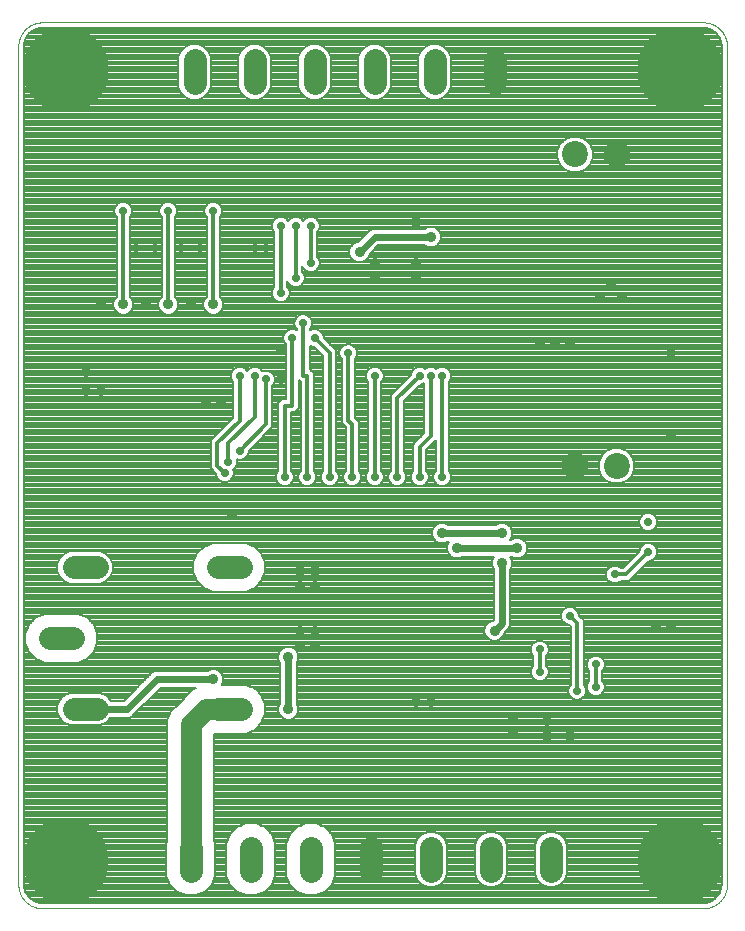
<source format=gbl>
G75*
%MOIN*%
%OFA0B0*%
%FSLAX25Y25*%
%IPPOS*%
%LPD*%
%AMOC8*
5,1,8,0,0,1.08239X$1,22.5*
%
%ADD10C,0.00400*%
%ADD11C,0.08661*%
%ADD12OC8,0.08661*%
%ADD13C,0.07677*%
%ADD14C,0.00787*%
%ADD15C,0.28346*%
%ADD16C,0.03562*%
%ADD17C,0.02775*%
%ADD18C,0.02400*%
%ADD19C,0.01200*%
%ADD20C,0.07000*%
D10*
X0001394Y0009268D02*
X0001394Y0288795D01*
X0001396Y0288985D01*
X0001403Y0289175D01*
X0001415Y0289365D01*
X0001431Y0289555D01*
X0001451Y0289744D01*
X0001477Y0289933D01*
X0001506Y0290121D01*
X0001541Y0290308D01*
X0001580Y0290494D01*
X0001623Y0290679D01*
X0001671Y0290864D01*
X0001723Y0291047D01*
X0001779Y0291228D01*
X0001840Y0291408D01*
X0001906Y0291587D01*
X0001975Y0291764D01*
X0002049Y0291940D01*
X0002127Y0292113D01*
X0002210Y0292285D01*
X0002296Y0292454D01*
X0002386Y0292622D01*
X0002481Y0292787D01*
X0002579Y0292950D01*
X0002682Y0293110D01*
X0002788Y0293268D01*
X0002898Y0293423D01*
X0003011Y0293576D01*
X0003129Y0293726D01*
X0003250Y0293872D01*
X0003374Y0294016D01*
X0003502Y0294157D01*
X0003633Y0294295D01*
X0003768Y0294430D01*
X0003906Y0294561D01*
X0004047Y0294689D01*
X0004191Y0294813D01*
X0004337Y0294934D01*
X0004487Y0295052D01*
X0004640Y0295165D01*
X0004795Y0295275D01*
X0004953Y0295381D01*
X0005113Y0295484D01*
X0005276Y0295582D01*
X0005441Y0295677D01*
X0005609Y0295767D01*
X0005778Y0295853D01*
X0005950Y0295936D01*
X0006123Y0296014D01*
X0006299Y0296088D01*
X0006476Y0296157D01*
X0006655Y0296223D01*
X0006835Y0296284D01*
X0007016Y0296340D01*
X0007199Y0296392D01*
X0007384Y0296440D01*
X0007569Y0296483D01*
X0007755Y0296522D01*
X0007942Y0296557D01*
X0008130Y0296586D01*
X0008319Y0296612D01*
X0008508Y0296632D01*
X0008698Y0296648D01*
X0008888Y0296660D01*
X0009078Y0296667D01*
X0009268Y0296669D01*
X0229740Y0296669D01*
X0229930Y0296667D01*
X0230120Y0296660D01*
X0230310Y0296648D01*
X0230500Y0296632D01*
X0230689Y0296612D01*
X0230878Y0296586D01*
X0231066Y0296557D01*
X0231253Y0296522D01*
X0231439Y0296483D01*
X0231624Y0296440D01*
X0231809Y0296392D01*
X0231992Y0296340D01*
X0232173Y0296284D01*
X0232353Y0296223D01*
X0232532Y0296157D01*
X0232709Y0296088D01*
X0232885Y0296014D01*
X0233058Y0295936D01*
X0233230Y0295853D01*
X0233399Y0295767D01*
X0233567Y0295677D01*
X0233732Y0295582D01*
X0233895Y0295484D01*
X0234055Y0295381D01*
X0234213Y0295275D01*
X0234368Y0295165D01*
X0234521Y0295052D01*
X0234671Y0294934D01*
X0234817Y0294813D01*
X0234961Y0294689D01*
X0235102Y0294561D01*
X0235240Y0294430D01*
X0235375Y0294295D01*
X0235506Y0294157D01*
X0235634Y0294016D01*
X0235758Y0293872D01*
X0235879Y0293726D01*
X0235997Y0293576D01*
X0236110Y0293423D01*
X0236220Y0293268D01*
X0236326Y0293110D01*
X0236429Y0292950D01*
X0236527Y0292787D01*
X0236622Y0292622D01*
X0236712Y0292454D01*
X0236798Y0292285D01*
X0236881Y0292113D01*
X0236959Y0291940D01*
X0237033Y0291764D01*
X0237102Y0291587D01*
X0237168Y0291408D01*
X0237229Y0291228D01*
X0237285Y0291047D01*
X0237337Y0290864D01*
X0237385Y0290679D01*
X0237428Y0290494D01*
X0237467Y0290308D01*
X0237502Y0290121D01*
X0237531Y0289933D01*
X0237557Y0289744D01*
X0237577Y0289555D01*
X0237593Y0289365D01*
X0237605Y0289175D01*
X0237612Y0288985D01*
X0237614Y0288795D01*
X0237614Y0009268D01*
X0237612Y0009078D01*
X0237605Y0008888D01*
X0237593Y0008698D01*
X0237577Y0008508D01*
X0237557Y0008319D01*
X0237531Y0008130D01*
X0237502Y0007942D01*
X0237467Y0007755D01*
X0237428Y0007569D01*
X0237385Y0007384D01*
X0237337Y0007199D01*
X0237285Y0007016D01*
X0237229Y0006835D01*
X0237168Y0006655D01*
X0237102Y0006476D01*
X0237033Y0006299D01*
X0236959Y0006123D01*
X0236881Y0005950D01*
X0236798Y0005778D01*
X0236712Y0005609D01*
X0236622Y0005441D01*
X0236527Y0005276D01*
X0236429Y0005113D01*
X0236326Y0004953D01*
X0236220Y0004795D01*
X0236110Y0004640D01*
X0235997Y0004487D01*
X0235879Y0004337D01*
X0235758Y0004191D01*
X0235634Y0004047D01*
X0235506Y0003906D01*
X0235375Y0003768D01*
X0235240Y0003633D01*
X0235102Y0003502D01*
X0234961Y0003374D01*
X0234817Y0003250D01*
X0234671Y0003129D01*
X0234521Y0003011D01*
X0234368Y0002898D01*
X0234213Y0002788D01*
X0234055Y0002682D01*
X0233895Y0002579D01*
X0233732Y0002481D01*
X0233567Y0002386D01*
X0233399Y0002296D01*
X0233230Y0002210D01*
X0233058Y0002127D01*
X0232885Y0002049D01*
X0232709Y0001975D01*
X0232532Y0001906D01*
X0232353Y0001840D01*
X0232173Y0001779D01*
X0231992Y0001723D01*
X0231809Y0001671D01*
X0231624Y0001623D01*
X0231439Y0001580D01*
X0231253Y0001541D01*
X0231066Y0001506D01*
X0230878Y0001477D01*
X0230689Y0001451D01*
X0230500Y0001431D01*
X0230310Y0001415D01*
X0230120Y0001403D01*
X0229930Y0001396D01*
X0229740Y0001394D01*
X0009268Y0001394D01*
X0009078Y0001396D01*
X0008888Y0001403D01*
X0008698Y0001415D01*
X0008508Y0001431D01*
X0008319Y0001451D01*
X0008130Y0001477D01*
X0007942Y0001506D01*
X0007755Y0001541D01*
X0007569Y0001580D01*
X0007384Y0001623D01*
X0007199Y0001671D01*
X0007016Y0001723D01*
X0006835Y0001779D01*
X0006655Y0001840D01*
X0006476Y0001906D01*
X0006299Y0001975D01*
X0006123Y0002049D01*
X0005950Y0002127D01*
X0005778Y0002210D01*
X0005609Y0002296D01*
X0005441Y0002386D01*
X0005276Y0002481D01*
X0005113Y0002579D01*
X0004953Y0002682D01*
X0004795Y0002788D01*
X0004640Y0002898D01*
X0004487Y0003011D01*
X0004337Y0003129D01*
X0004191Y0003250D01*
X0004047Y0003374D01*
X0003906Y0003502D01*
X0003768Y0003633D01*
X0003633Y0003768D01*
X0003502Y0003906D01*
X0003374Y0004047D01*
X0003250Y0004191D01*
X0003129Y0004337D01*
X0003011Y0004487D01*
X0002898Y0004640D01*
X0002788Y0004795D01*
X0002682Y0004953D01*
X0002579Y0005113D01*
X0002481Y0005276D01*
X0002386Y0005441D01*
X0002296Y0005609D01*
X0002210Y0005778D01*
X0002127Y0005950D01*
X0002049Y0006123D01*
X0001975Y0006299D01*
X0001906Y0006476D01*
X0001840Y0006655D01*
X0001779Y0006835D01*
X0001723Y0007016D01*
X0001671Y0007199D01*
X0001623Y0007384D01*
X0001580Y0007569D01*
X0001541Y0007755D01*
X0001506Y0007942D01*
X0001477Y0008130D01*
X0001451Y0008319D01*
X0001431Y0008508D01*
X0001415Y0008698D01*
X0001403Y0008888D01*
X0001396Y0009078D01*
X0001394Y0009268D01*
D11*
X0200783Y0148894D03*
X0187004Y0252644D03*
D12*
X0200783Y0252644D03*
X0187004Y0148894D03*
D13*
X0178894Y0021482D02*
X0178894Y0013805D01*
X0158894Y0013805D02*
X0158894Y0021482D01*
X0138894Y0021482D02*
X0138894Y0013805D01*
X0118894Y0013805D02*
X0118894Y0021482D01*
X0098894Y0021482D02*
X0098894Y0013805D01*
X0078894Y0013805D02*
X0078894Y0021482D01*
X0058894Y0021482D02*
X0058894Y0013805D01*
X0067821Y0067772D02*
X0075498Y0067772D01*
X0075498Y0115016D02*
X0067821Y0115016D01*
X0027467Y0115016D02*
X0019789Y0115016D01*
X0019593Y0091394D02*
X0011915Y0091394D01*
X0019789Y0067772D02*
X0027467Y0067772D01*
X0060144Y0276305D02*
X0060144Y0283982D01*
X0080144Y0283982D02*
X0080144Y0276305D01*
X0100144Y0276305D02*
X0100144Y0283982D01*
X0120144Y0283982D02*
X0120144Y0276305D01*
X0140144Y0276305D02*
X0140144Y0283982D01*
X0160144Y0283982D02*
X0160144Y0276305D01*
D14*
X0003850Y0006507D02*
X0004968Y0004968D01*
X0006507Y0003850D01*
X0008317Y0003262D01*
X0009268Y0003187D01*
X0229740Y0003187D01*
X0230691Y0003262D01*
X0232501Y0003850D01*
X0234040Y0004968D01*
X0235158Y0006507D01*
X0235746Y0008317D01*
X0235820Y0009268D01*
X0235820Y0288795D01*
X0235746Y0289746D01*
X0235158Y0291556D01*
X0234040Y0293095D01*
X0232501Y0294213D01*
X0230691Y0294801D01*
X0229740Y0294876D01*
X0009268Y0294876D01*
X0008317Y0294801D01*
X0006507Y0294213D01*
X0004968Y0293095D01*
X0003850Y0291556D01*
X0003262Y0289746D01*
X0003187Y0288795D01*
X0003187Y0009268D01*
X0003262Y0008317D01*
X0003850Y0006507D01*
X0003724Y0006895D02*
X0054251Y0006895D01*
X0054266Y0006880D02*
X0057269Y0005636D01*
X0060519Y0005636D01*
X0063521Y0006880D01*
X0065819Y0009178D01*
X0067063Y0012180D01*
X0067063Y0023107D01*
X0066724Y0023925D01*
X0066724Y0059400D01*
X0066927Y0059602D01*
X0077123Y0059602D01*
X0080126Y0060846D01*
X0082424Y0063144D01*
X0083667Y0066147D01*
X0083667Y0069397D01*
X0082424Y0072399D01*
X0080126Y0074697D01*
X0077123Y0075941D01*
X0069341Y0075941D01*
X0069768Y0076972D01*
X0069768Y0078315D01*
X0069255Y0079555D01*
X0068305Y0080505D01*
X0067065Y0081018D01*
X0065722Y0081018D01*
X0064482Y0080505D01*
X0064415Y0080437D01*
X0047088Y0080437D01*
X0046061Y0080012D01*
X0036487Y0070437D01*
X0032242Y0070437D01*
X0032072Y0070849D01*
X0030544Y0072377D01*
X0028547Y0073204D01*
X0018709Y0073204D01*
X0016712Y0072377D01*
X0015184Y0070849D01*
X0014357Y0068852D01*
X0014357Y0066691D01*
X0015184Y0064695D01*
X0016712Y0063166D01*
X0018709Y0062339D01*
X0028547Y0062339D01*
X0030544Y0063166D01*
X0032072Y0064695D01*
X0032136Y0064850D01*
X0038199Y0064850D01*
X0039226Y0065275D01*
X0040012Y0066061D01*
X0040012Y0066061D01*
X0048801Y0074850D01*
X0060648Y0074850D01*
X0059586Y0074410D01*
X0054458Y0069282D01*
X0052255Y0067079D01*
X0051063Y0064201D01*
X0051063Y0023925D01*
X0050724Y0023107D01*
X0050724Y0012180D01*
X0051968Y0009178D01*
X0054266Y0006880D01*
X0053465Y0007681D02*
X0003469Y0007681D01*
X0003250Y0008467D02*
X0052679Y0008467D01*
X0051937Y0009253D02*
X0003189Y0009253D01*
X0003187Y0010039D02*
X0051611Y0010039D01*
X0051286Y0010825D02*
X0003187Y0010825D01*
X0003187Y0011611D02*
X0050960Y0011611D01*
X0050724Y0012396D02*
X0003187Y0012396D01*
X0003187Y0013182D02*
X0050724Y0013182D01*
X0050724Y0013968D02*
X0003187Y0013968D01*
X0003187Y0014754D02*
X0050724Y0014754D01*
X0050724Y0015540D02*
X0003187Y0015540D01*
X0003187Y0016326D02*
X0050724Y0016326D01*
X0050724Y0017112D02*
X0003187Y0017112D01*
X0003187Y0017898D02*
X0050724Y0017898D01*
X0050724Y0018684D02*
X0003187Y0018684D01*
X0003187Y0019470D02*
X0050724Y0019470D01*
X0050724Y0020256D02*
X0003187Y0020256D01*
X0003187Y0021042D02*
X0050724Y0021042D01*
X0050724Y0021827D02*
X0003187Y0021827D01*
X0003187Y0022613D02*
X0050724Y0022613D01*
X0050845Y0023399D02*
X0003187Y0023399D01*
X0003187Y0024185D02*
X0051063Y0024185D01*
X0051063Y0024971D02*
X0003187Y0024971D01*
X0003187Y0025757D02*
X0051063Y0025757D01*
X0051063Y0026543D02*
X0003187Y0026543D01*
X0003187Y0027329D02*
X0051063Y0027329D01*
X0051063Y0028115D02*
X0003187Y0028115D01*
X0003187Y0028901D02*
X0051063Y0028901D01*
X0051063Y0029687D02*
X0003187Y0029687D01*
X0003187Y0030472D02*
X0051063Y0030472D01*
X0051063Y0031258D02*
X0003187Y0031258D01*
X0003187Y0032044D02*
X0051063Y0032044D01*
X0051063Y0032830D02*
X0003187Y0032830D01*
X0003187Y0033616D02*
X0051063Y0033616D01*
X0051063Y0034402D02*
X0003187Y0034402D01*
X0003187Y0035188D02*
X0051063Y0035188D01*
X0051063Y0035974D02*
X0003187Y0035974D01*
X0003187Y0036760D02*
X0051063Y0036760D01*
X0051063Y0037546D02*
X0003187Y0037546D01*
X0003187Y0038332D02*
X0051063Y0038332D01*
X0051063Y0039118D02*
X0003187Y0039118D01*
X0003187Y0039903D02*
X0051063Y0039903D01*
X0051063Y0040689D02*
X0003187Y0040689D01*
X0003187Y0041475D02*
X0051063Y0041475D01*
X0051063Y0042261D02*
X0003187Y0042261D01*
X0003187Y0043047D02*
X0051063Y0043047D01*
X0051063Y0043833D02*
X0003187Y0043833D01*
X0003187Y0044619D02*
X0051063Y0044619D01*
X0051063Y0045405D02*
X0003187Y0045405D01*
X0003187Y0046191D02*
X0051063Y0046191D01*
X0051063Y0046977D02*
X0003187Y0046977D01*
X0003187Y0047763D02*
X0051063Y0047763D01*
X0051063Y0048548D02*
X0003187Y0048548D01*
X0003187Y0049334D02*
X0051063Y0049334D01*
X0051063Y0050120D02*
X0003187Y0050120D01*
X0003187Y0050906D02*
X0051063Y0050906D01*
X0051063Y0051692D02*
X0003187Y0051692D01*
X0003187Y0052478D02*
X0051063Y0052478D01*
X0051063Y0053264D02*
X0003187Y0053264D01*
X0003187Y0054050D02*
X0051063Y0054050D01*
X0051063Y0054836D02*
X0003187Y0054836D01*
X0003187Y0055622D02*
X0051063Y0055622D01*
X0051063Y0056408D02*
X0003187Y0056408D01*
X0003187Y0057194D02*
X0051063Y0057194D01*
X0051063Y0057979D02*
X0003187Y0057979D01*
X0003187Y0058765D02*
X0051063Y0058765D01*
X0051063Y0059551D02*
X0003187Y0059551D01*
X0003187Y0060337D02*
X0051063Y0060337D01*
X0051063Y0061123D02*
X0003187Y0061123D01*
X0003187Y0061909D02*
X0051063Y0061909D01*
X0051063Y0062695D02*
X0029405Y0062695D01*
X0030858Y0063481D02*
X0051063Y0063481D01*
X0051090Y0064267D02*
X0031644Y0064267D01*
X0032194Y0070554D02*
X0036603Y0070554D01*
X0037389Y0071340D02*
X0031581Y0071340D01*
X0030795Y0072126D02*
X0038175Y0072126D01*
X0038961Y0072912D02*
X0029252Y0072912D01*
X0018004Y0072912D02*
X0003187Y0072912D01*
X0003187Y0073698D02*
X0039747Y0073698D01*
X0040533Y0074484D02*
X0003187Y0074484D01*
X0003187Y0075270D02*
X0041319Y0075270D01*
X0042105Y0076055D02*
X0003187Y0076055D01*
X0003187Y0076841D02*
X0042890Y0076841D01*
X0043676Y0077627D02*
X0003187Y0077627D01*
X0003187Y0078413D02*
X0044462Y0078413D01*
X0045248Y0079199D02*
X0003187Y0079199D01*
X0003187Y0079985D02*
X0046034Y0079985D01*
X0048434Y0074484D02*
X0059763Y0074484D01*
X0058873Y0073698D02*
X0047649Y0073698D01*
X0046863Y0072912D02*
X0058087Y0072912D01*
X0057302Y0072126D02*
X0046077Y0072126D01*
X0045291Y0071340D02*
X0056516Y0071340D01*
X0055730Y0070554D02*
X0044505Y0070554D01*
X0043719Y0069768D02*
X0054944Y0069768D01*
X0054158Y0068982D02*
X0042933Y0068982D01*
X0042147Y0068196D02*
X0053372Y0068196D01*
X0052586Y0067410D02*
X0041361Y0067410D01*
X0040575Y0066624D02*
X0052067Y0066624D01*
X0051741Y0065839D02*
X0039789Y0065839D01*
X0038689Y0065053D02*
X0051416Y0065053D01*
X0066876Y0059551D02*
X0235820Y0059551D01*
X0235820Y0058765D02*
X0066724Y0058765D01*
X0066724Y0057979D02*
X0235820Y0057979D01*
X0235820Y0057194D02*
X0066724Y0057194D01*
X0066724Y0056408D02*
X0235820Y0056408D01*
X0235820Y0055622D02*
X0066724Y0055622D01*
X0066724Y0054836D02*
X0235820Y0054836D01*
X0235820Y0054050D02*
X0066724Y0054050D01*
X0066724Y0053264D02*
X0235820Y0053264D01*
X0235820Y0052478D02*
X0066724Y0052478D01*
X0066724Y0051692D02*
X0235820Y0051692D01*
X0235820Y0050906D02*
X0066724Y0050906D01*
X0066724Y0050120D02*
X0235820Y0050120D01*
X0235820Y0049334D02*
X0066724Y0049334D01*
X0066724Y0048548D02*
X0235820Y0048548D01*
X0235820Y0047763D02*
X0066724Y0047763D01*
X0066724Y0046977D02*
X0235820Y0046977D01*
X0235820Y0046191D02*
X0066724Y0046191D01*
X0066724Y0045405D02*
X0235820Y0045405D01*
X0235820Y0044619D02*
X0066724Y0044619D01*
X0066724Y0043833D02*
X0235820Y0043833D01*
X0235820Y0043047D02*
X0066724Y0043047D01*
X0066724Y0042261D02*
X0235820Y0042261D01*
X0235820Y0041475D02*
X0066724Y0041475D01*
X0066724Y0040689D02*
X0235820Y0040689D01*
X0235820Y0039903D02*
X0066724Y0039903D01*
X0066724Y0039118D02*
X0235820Y0039118D01*
X0235820Y0038332D02*
X0066724Y0038332D01*
X0066724Y0037546D02*
X0235820Y0037546D01*
X0235820Y0036760D02*
X0066724Y0036760D01*
X0066724Y0035974D02*
X0235820Y0035974D01*
X0235820Y0035188D02*
X0066724Y0035188D01*
X0066724Y0034402D02*
X0235820Y0034402D01*
X0235820Y0033616D02*
X0066724Y0033616D01*
X0066724Y0032830D02*
X0235820Y0032830D01*
X0235820Y0032044D02*
X0066724Y0032044D01*
X0066724Y0031258D02*
X0235820Y0031258D01*
X0235820Y0030472D02*
X0066724Y0030472D01*
X0066724Y0029687D02*
X0235820Y0029687D01*
X0235820Y0028901D02*
X0102332Y0028901D01*
X0103521Y0028408D02*
X0100519Y0029652D01*
X0097269Y0029652D01*
X0094266Y0028408D01*
X0091968Y0026110D01*
X0090724Y0023107D01*
X0090724Y0012180D01*
X0091968Y0009178D01*
X0094266Y0006880D01*
X0097269Y0005636D01*
X0100519Y0005636D01*
X0103521Y0006880D01*
X0105819Y0009178D01*
X0107063Y0012180D01*
X0107063Y0023107D01*
X0105819Y0026110D01*
X0103521Y0028408D01*
X0103814Y0028115D02*
X0235820Y0028115D01*
X0235820Y0027329D02*
X0104600Y0027329D01*
X0105386Y0026543D02*
X0136916Y0026543D01*
X0137813Y0026915D02*
X0135817Y0026088D01*
X0134288Y0024559D01*
X0133461Y0022563D01*
X0133461Y0012725D01*
X0134288Y0010728D01*
X0135817Y0009200D01*
X0137813Y0008373D01*
X0139974Y0008373D01*
X0141971Y0009200D01*
X0143499Y0010728D01*
X0144326Y0012725D01*
X0144326Y0022563D01*
X0143499Y0024559D01*
X0141971Y0026088D01*
X0139974Y0026915D01*
X0137813Y0026915D01*
X0135486Y0025757D02*
X0105965Y0025757D01*
X0106291Y0024971D02*
X0134700Y0024971D01*
X0134133Y0024185D02*
X0106616Y0024185D01*
X0106942Y0023399D02*
X0133808Y0023399D01*
X0133482Y0022613D02*
X0107063Y0022613D01*
X0107063Y0021827D02*
X0133461Y0021827D01*
X0133461Y0021042D02*
X0107063Y0021042D01*
X0107063Y0020256D02*
X0133461Y0020256D01*
X0133461Y0019470D02*
X0107063Y0019470D01*
X0107063Y0018684D02*
X0133461Y0018684D01*
X0133461Y0017898D02*
X0107063Y0017898D01*
X0107063Y0017112D02*
X0133461Y0017112D01*
X0133461Y0016326D02*
X0107063Y0016326D01*
X0107063Y0015540D02*
X0133461Y0015540D01*
X0133461Y0014754D02*
X0107063Y0014754D01*
X0107063Y0013968D02*
X0133461Y0013968D01*
X0133461Y0013182D02*
X0107063Y0013182D01*
X0107063Y0012396D02*
X0133597Y0012396D01*
X0133923Y0011611D02*
X0106827Y0011611D01*
X0106502Y0010825D02*
X0134248Y0010825D01*
X0134978Y0010039D02*
X0106176Y0010039D01*
X0105850Y0009253D02*
X0135764Y0009253D01*
X0137586Y0008467D02*
X0105109Y0008467D01*
X0104323Y0007681D02*
X0235539Y0007681D01*
X0235757Y0008467D02*
X0180201Y0008467D01*
X0179974Y0008373D02*
X0181971Y0009200D01*
X0183499Y0010728D01*
X0184326Y0012725D01*
X0184326Y0022563D01*
X0183499Y0024559D01*
X0181971Y0026088D01*
X0179974Y0026915D01*
X0177813Y0026915D01*
X0175817Y0026088D01*
X0174288Y0024559D01*
X0173461Y0022563D01*
X0173461Y0012725D01*
X0174288Y0010728D01*
X0175817Y0009200D01*
X0177813Y0008373D01*
X0179974Y0008373D01*
X0182024Y0009253D02*
X0235819Y0009253D01*
X0235820Y0010039D02*
X0182810Y0010039D01*
X0183539Y0010825D02*
X0235820Y0010825D01*
X0235820Y0011611D02*
X0183865Y0011611D01*
X0184190Y0012396D02*
X0235820Y0012396D01*
X0235820Y0013182D02*
X0184326Y0013182D01*
X0184326Y0013968D02*
X0235820Y0013968D01*
X0235820Y0014754D02*
X0184326Y0014754D01*
X0184326Y0015540D02*
X0235820Y0015540D01*
X0235820Y0016326D02*
X0184326Y0016326D01*
X0184326Y0017112D02*
X0235820Y0017112D01*
X0235820Y0017898D02*
X0184326Y0017898D01*
X0184326Y0018684D02*
X0235820Y0018684D01*
X0235820Y0019470D02*
X0184326Y0019470D01*
X0184326Y0020256D02*
X0235820Y0020256D01*
X0235820Y0021042D02*
X0184326Y0021042D01*
X0184326Y0021827D02*
X0235820Y0021827D01*
X0235820Y0022613D02*
X0184305Y0022613D01*
X0183980Y0023399D02*
X0235820Y0023399D01*
X0235820Y0024185D02*
X0183654Y0024185D01*
X0183087Y0024971D02*
X0235820Y0024971D01*
X0235820Y0025757D02*
X0182301Y0025757D01*
X0180871Y0026543D02*
X0235820Y0026543D01*
X0235284Y0006895D02*
X0103537Y0006895D01*
X0101661Y0006109D02*
X0234869Y0006109D01*
X0234298Y0005323D02*
X0004710Y0005323D01*
X0004139Y0006109D02*
X0056126Y0006109D01*
X0061661Y0006109D02*
X0076126Y0006109D01*
X0077269Y0005636D02*
X0074266Y0006880D01*
X0071968Y0009178D01*
X0070724Y0012180D01*
X0070724Y0023107D01*
X0071968Y0026110D01*
X0074266Y0028408D01*
X0077269Y0029652D01*
X0080519Y0029652D01*
X0083521Y0028408D01*
X0085819Y0026110D01*
X0087063Y0023107D01*
X0087063Y0012180D01*
X0085819Y0009178D01*
X0083521Y0006880D01*
X0080519Y0005636D01*
X0077269Y0005636D01*
X0074251Y0006895D02*
X0063537Y0006895D01*
X0064323Y0007681D02*
X0073465Y0007681D01*
X0072679Y0008467D02*
X0065109Y0008467D01*
X0065850Y0009253D02*
X0071937Y0009253D01*
X0071611Y0010039D02*
X0066176Y0010039D01*
X0066502Y0010825D02*
X0071286Y0010825D01*
X0070960Y0011611D02*
X0066827Y0011611D01*
X0067063Y0012396D02*
X0070724Y0012396D01*
X0070724Y0013182D02*
X0067063Y0013182D01*
X0067063Y0013968D02*
X0070724Y0013968D01*
X0070724Y0014754D02*
X0067063Y0014754D01*
X0067063Y0015540D02*
X0070724Y0015540D01*
X0070724Y0016326D02*
X0067063Y0016326D01*
X0067063Y0017112D02*
X0070724Y0017112D01*
X0070724Y0017898D02*
X0067063Y0017898D01*
X0067063Y0018684D02*
X0070724Y0018684D01*
X0070724Y0019470D02*
X0067063Y0019470D01*
X0067063Y0020256D02*
X0070724Y0020256D01*
X0070724Y0021042D02*
X0067063Y0021042D01*
X0067063Y0021827D02*
X0070724Y0021827D01*
X0070724Y0022613D02*
X0067063Y0022613D01*
X0066942Y0023399D02*
X0070845Y0023399D01*
X0071171Y0024185D02*
X0066724Y0024185D01*
X0066724Y0024971D02*
X0071496Y0024971D01*
X0071822Y0025757D02*
X0066724Y0025757D01*
X0066724Y0026543D02*
X0072401Y0026543D01*
X0073187Y0027329D02*
X0066724Y0027329D01*
X0066724Y0028115D02*
X0073973Y0028115D01*
X0075456Y0028901D02*
X0066724Y0028901D01*
X0082332Y0028901D02*
X0095456Y0028901D01*
X0093973Y0028115D02*
X0083814Y0028115D01*
X0084600Y0027329D02*
X0093187Y0027329D01*
X0092401Y0026543D02*
X0085386Y0026543D01*
X0085965Y0025757D02*
X0091822Y0025757D01*
X0091496Y0024971D02*
X0086291Y0024971D01*
X0086616Y0024185D02*
X0091171Y0024185D01*
X0090845Y0023399D02*
X0086942Y0023399D01*
X0087063Y0022613D02*
X0090724Y0022613D01*
X0090724Y0021827D02*
X0087063Y0021827D01*
X0087063Y0021042D02*
X0090724Y0021042D01*
X0090724Y0020256D02*
X0087063Y0020256D01*
X0087063Y0019470D02*
X0090724Y0019470D01*
X0090724Y0018684D02*
X0087063Y0018684D01*
X0087063Y0017898D02*
X0090724Y0017898D01*
X0090724Y0017112D02*
X0087063Y0017112D01*
X0087063Y0016326D02*
X0090724Y0016326D01*
X0090724Y0015540D02*
X0087063Y0015540D01*
X0087063Y0014754D02*
X0090724Y0014754D01*
X0090724Y0013968D02*
X0087063Y0013968D01*
X0087063Y0013182D02*
X0090724Y0013182D01*
X0090724Y0012396D02*
X0087063Y0012396D01*
X0086827Y0011611D02*
X0090960Y0011611D01*
X0091286Y0010825D02*
X0086502Y0010825D01*
X0086176Y0010039D02*
X0091611Y0010039D01*
X0091937Y0009253D02*
X0085850Y0009253D01*
X0085109Y0008467D02*
X0092679Y0008467D01*
X0093465Y0007681D02*
X0084323Y0007681D01*
X0083537Y0006895D02*
X0094251Y0006895D01*
X0096126Y0006109D02*
X0081661Y0006109D01*
X0078897Y0060337D02*
X0235820Y0060337D01*
X0235820Y0061123D02*
X0080403Y0061123D01*
X0081188Y0061909D02*
X0235820Y0061909D01*
X0235820Y0062695D02*
X0081974Y0062695D01*
X0082563Y0063481D02*
X0235820Y0063481D01*
X0235820Y0064267D02*
X0082889Y0064267D01*
X0083214Y0065053D02*
X0089212Y0065053D01*
X0089482Y0064783D02*
X0090722Y0064269D01*
X0092065Y0064269D01*
X0093305Y0064783D01*
X0094255Y0065732D01*
X0094768Y0066972D01*
X0094768Y0068315D01*
X0094255Y0069555D01*
X0094187Y0069623D01*
X0094187Y0083165D01*
X0094255Y0083232D01*
X0094768Y0084472D01*
X0094768Y0085815D01*
X0094255Y0087055D01*
X0093305Y0088005D01*
X0092065Y0088518D01*
X0090722Y0088518D01*
X0089482Y0088005D01*
X0088533Y0087055D01*
X0088019Y0085815D01*
X0088019Y0084472D01*
X0088533Y0083232D01*
X0088600Y0083165D01*
X0088600Y0069623D01*
X0088533Y0069555D01*
X0088019Y0068315D01*
X0088019Y0066972D01*
X0088533Y0065732D01*
X0089482Y0064783D01*
X0088489Y0065839D02*
X0083540Y0065839D01*
X0083667Y0066624D02*
X0088163Y0066624D01*
X0088019Y0067410D02*
X0083667Y0067410D01*
X0083667Y0068196D02*
X0088019Y0068196D01*
X0088295Y0068982D02*
X0083667Y0068982D01*
X0083513Y0069768D02*
X0088600Y0069768D01*
X0088600Y0070554D02*
X0083188Y0070554D01*
X0082862Y0071340D02*
X0088600Y0071340D01*
X0088600Y0072126D02*
X0082537Y0072126D01*
X0081911Y0072912D02*
X0088600Y0072912D01*
X0088600Y0073698D02*
X0081125Y0073698D01*
X0080339Y0074484D02*
X0088600Y0074484D01*
X0088600Y0075270D02*
X0078744Y0075270D01*
X0069714Y0076841D02*
X0088600Y0076841D01*
X0088600Y0076055D02*
X0069389Y0076055D01*
X0069768Y0077627D02*
X0088600Y0077627D01*
X0088600Y0078413D02*
X0069728Y0078413D01*
X0069402Y0079199D02*
X0088600Y0079199D01*
X0088600Y0079985D02*
X0068825Y0079985D01*
X0067663Y0080771D02*
X0088600Y0080771D01*
X0088600Y0081557D02*
X0003187Y0081557D01*
X0003187Y0082343D02*
X0088600Y0082343D01*
X0088600Y0083129D02*
X0003187Y0083129D01*
X0003187Y0083915D02*
X0008624Y0083915D01*
X0007288Y0084468D02*
X0010290Y0083224D01*
X0021217Y0083224D01*
X0024220Y0084468D01*
X0026518Y0086766D01*
X0027762Y0089769D01*
X0027762Y0093019D01*
X0026518Y0096021D01*
X0024220Y0098319D01*
X0021217Y0099563D01*
X0010290Y0099563D01*
X0007288Y0098319D01*
X0004990Y0096021D01*
X0003746Y0093019D01*
X0003746Y0089769D01*
X0004990Y0086766D01*
X0007288Y0084468D01*
X0007055Y0084700D02*
X0003187Y0084700D01*
X0003187Y0085486D02*
X0006270Y0085486D01*
X0005484Y0086272D02*
X0003187Y0086272D01*
X0003187Y0087058D02*
X0004869Y0087058D01*
X0004543Y0087844D02*
X0003187Y0087844D01*
X0003187Y0088630D02*
X0004218Y0088630D01*
X0003892Y0089416D02*
X0003187Y0089416D01*
X0003187Y0090202D02*
X0003746Y0090202D01*
X0003746Y0090988D02*
X0003187Y0090988D01*
X0003187Y0091774D02*
X0003746Y0091774D01*
X0003746Y0092560D02*
X0003187Y0092560D01*
X0003187Y0093346D02*
X0003881Y0093346D01*
X0004207Y0094131D02*
X0003187Y0094131D01*
X0003187Y0094917D02*
X0004533Y0094917D01*
X0004858Y0095703D02*
X0003187Y0095703D01*
X0003187Y0096489D02*
X0005458Y0096489D01*
X0006244Y0097275D02*
X0003187Y0097275D01*
X0003187Y0098061D02*
X0007030Y0098061D01*
X0008562Y0098847D02*
X0003187Y0098847D01*
X0003187Y0099633D02*
X0159850Y0099633D01*
X0159850Y0100419D02*
X0003187Y0100419D01*
X0003187Y0101205D02*
X0159850Y0101205D01*
X0159850Y0101991D02*
X0003187Y0101991D01*
X0003187Y0102776D02*
X0159850Y0102776D01*
X0159850Y0103562D02*
X0003187Y0103562D01*
X0003187Y0104348D02*
X0159850Y0104348D01*
X0159850Y0105134D02*
X0003187Y0105134D01*
X0003187Y0105920D02*
X0159850Y0105920D01*
X0159850Y0106706D02*
X0003187Y0106706D01*
X0003187Y0107492D02*
X0064638Y0107492D01*
X0063193Y0108090D02*
X0066196Y0106846D01*
X0077123Y0106846D01*
X0080126Y0108090D01*
X0082424Y0110388D01*
X0083667Y0113391D01*
X0083667Y0116641D01*
X0082424Y0119643D01*
X0080126Y0121941D01*
X0077123Y0123185D01*
X0066196Y0123185D01*
X0063193Y0121941D01*
X0060895Y0119643D01*
X0059652Y0116641D01*
X0059652Y0113391D01*
X0060895Y0110388D01*
X0063193Y0108090D01*
X0063006Y0108278D02*
X0003187Y0108278D01*
X0003187Y0109064D02*
X0062220Y0109064D01*
X0061434Y0109850D02*
X0029190Y0109850D01*
X0028547Y0109583D02*
X0030544Y0110410D01*
X0032072Y0111939D01*
X0032899Y0113935D01*
X0032899Y0116096D01*
X0032072Y0118093D01*
X0030544Y0119621D01*
X0028547Y0120448D01*
X0018709Y0120448D01*
X0016712Y0119621D01*
X0015184Y0118093D01*
X0014357Y0116096D01*
X0014357Y0113935D01*
X0015184Y0111939D01*
X0016712Y0110410D01*
X0018709Y0109583D01*
X0028547Y0109583D01*
X0030769Y0110636D02*
X0060793Y0110636D01*
X0060467Y0111422D02*
X0031555Y0111422D01*
X0032183Y0112207D02*
X0060142Y0112207D01*
X0059816Y0112993D02*
X0032509Y0112993D01*
X0032834Y0113779D02*
X0059652Y0113779D01*
X0059652Y0114565D02*
X0032899Y0114565D01*
X0032899Y0115351D02*
X0059652Y0115351D01*
X0059652Y0116137D02*
X0032882Y0116137D01*
X0032556Y0116923D02*
X0059768Y0116923D01*
X0060094Y0117709D02*
X0032231Y0117709D01*
X0031670Y0118495D02*
X0060420Y0118495D01*
X0060745Y0119281D02*
X0030884Y0119281D01*
X0029468Y0120067D02*
X0061319Y0120067D01*
X0062104Y0120852D02*
X0003187Y0120852D01*
X0003187Y0120067D02*
X0017788Y0120067D01*
X0016372Y0119281D02*
X0003187Y0119281D01*
X0003187Y0118495D02*
X0015586Y0118495D01*
X0015025Y0117709D02*
X0003187Y0117709D01*
X0003187Y0116923D02*
X0014699Y0116923D01*
X0014374Y0116137D02*
X0003187Y0116137D01*
X0003187Y0115351D02*
X0014357Y0115351D01*
X0014357Y0114565D02*
X0003187Y0114565D01*
X0003187Y0113779D02*
X0014422Y0113779D01*
X0014747Y0112993D02*
X0003187Y0112993D01*
X0003187Y0112207D02*
X0015073Y0112207D01*
X0015701Y0111422D02*
X0003187Y0111422D01*
X0003187Y0110636D02*
X0016487Y0110636D01*
X0018066Y0109850D02*
X0003187Y0109850D01*
X0003187Y0121638D02*
X0062890Y0121638D01*
X0064359Y0122424D02*
X0003187Y0122424D01*
X0003187Y0123210D02*
X0141511Y0123210D01*
X0141972Y0123019D02*
X0143315Y0123019D01*
X0144555Y0123533D01*
X0144623Y0123600D01*
X0145077Y0123600D01*
X0144783Y0123305D01*
X0144269Y0122065D01*
X0144269Y0120722D01*
X0144783Y0119482D01*
X0145732Y0118533D01*
X0146972Y0118019D01*
X0148315Y0118019D01*
X0149555Y0118533D01*
X0149623Y0118600D01*
X0160077Y0118600D01*
X0159783Y0118305D01*
X0159269Y0117065D01*
X0159269Y0115722D01*
X0159783Y0114482D01*
X0159850Y0114415D01*
X0159850Y0097551D01*
X0159568Y0097268D01*
X0159472Y0097268D01*
X0158232Y0096755D01*
X0157283Y0095805D01*
X0156769Y0094565D01*
X0156769Y0093222D01*
X0157283Y0091982D01*
X0158232Y0091033D01*
X0159472Y0090519D01*
X0160815Y0090519D01*
X0162055Y0091033D01*
X0163005Y0091982D01*
X0163518Y0093222D01*
X0163518Y0093318D01*
X0164226Y0094025D01*
X0165012Y0094811D01*
X0165437Y0095838D01*
X0165437Y0114415D01*
X0165505Y0114482D01*
X0166018Y0115722D01*
X0166018Y0117065D01*
X0165505Y0118305D01*
X0165210Y0118600D01*
X0165665Y0118600D01*
X0165732Y0118533D01*
X0166972Y0118019D01*
X0168315Y0118019D01*
X0169555Y0118533D01*
X0170505Y0119482D01*
X0171018Y0120722D01*
X0171018Y0122065D01*
X0170505Y0123305D01*
X0169555Y0124255D01*
X0168315Y0124768D01*
X0166972Y0124768D01*
X0165732Y0124255D01*
X0165665Y0124187D01*
X0165210Y0124187D01*
X0165505Y0124482D01*
X0166018Y0125722D01*
X0166018Y0127065D01*
X0165505Y0128305D01*
X0164555Y0129255D01*
X0163315Y0129768D01*
X0161972Y0129768D01*
X0160732Y0129255D01*
X0160665Y0129187D01*
X0144623Y0129187D01*
X0144555Y0129255D01*
X0143315Y0129768D01*
X0141972Y0129768D01*
X0140732Y0129255D01*
X0139783Y0128305D01*
X0139269Y0127065D01*
X0139269Y0125722D01*
X0139783Y0124482D01*
X0140732Y0123533D01*
X0141972Y0123019D01*
X0143777Y0123210D02*
X0144743Y0123210D01*
X0144418Y0122424D02*
X0078960Y0122424D01*
X0080429Y0121638D02*
X0144269Y0121638D01*
X0144269Y0120852D02*
X0081214Y0120852D01*
X0082000Y0120067D02*
X0144541Y0120067D01*
X0144984Y0119281D02*
X0082574Y0119281D01*
X0082899Y0118495D02*
X0145824Y0118495D01*
X0149464Y0118495D02*
X0159972Y0118495D01*
X0159536Y0117709D02*
X0083225Y0117709D01*
X0083550Y0116923D02*
X0159269Y0116923D01*
X0159269Y0116137D02*
X0083667Y0116137D01*
X0083667Y0115351D02*
X0159423Y0115351D01*
X0159748Y0114565D02*
X0083667Y0114565D01*
X0083667Y0113779D02*
X0159850Y0113779D01*
X0159850Y0112993D02*
X0083503Y0112993D01*
X0083177Y0112207D02*
X0159850Y0112207D01*
X0159850Y0111422D02*
X0082852Y0111422D01*
X0082526Y0110636D02*
X0159850Y0110636D01*
X0159850Y0109850D02*
X0081885Y0109850D01*
X0081099Y0109064D02*
X0159850Y0109064D01*
X0159850Y0108278D02*
X0080313Y0108278D01*
X0078681Y0107492D02*
X0159850Y0107492D01*
X0165437Y0107492D02*
X0235820Y0107492D01*
X0235820Y0108278D02*
X0165437Y0108278D01*
X0165437Y0109064D02*
X0235820Y0109064D01*
X0235820Y0109850D02*
X0201188Y0109850D01*
X0200737Y0109663D02*
X0201832Y0110116D01*
X0202166Y0110450D01*
X0204802Y0110450D01*
X0211515Y0117163D01*
X0211987Y0117163D01*
X0213082Y0117616D01*
X0213921Y0118455D01*
X0214375Y0119551D01*
X0214375Y0120737D01*
X0213921Y0121832D01*
X0213082Y0122671D01*
X0211987Y0123125D01*
X0210801Y0123125D01*
X0209705Y0122671D01*
X0208866Y0121832D01*
X0208413Y0120737D01*
X0208413Y0120265D01*
X0202985Y0114837D01*
X0202166Y0114837D01*
X0201832Y0115171D01*
X0200737Y0115625D01*
X0199551Y0115625D01*
X0198455Y0115171D01*
X0197616Y0114332D01*
X0197163Y0113237D01*
X0197163Y0112051D01*
X0197616Y0110955D01*
X0198455Y0110116D01*
X0199551Y0109663D01*
X0200737Y0109663D01*
X0199099Y0109850D02*
X0165437Y0109850D01*
X0165437Y0110636D02*
X0197936Y0110636D01*
X0197423Y0111422D02*
X0165437Y0111422D01*
X0165437Y0112207D02*
X0197163Y0112207D01*
X0197163Y0112993D02*
X0165437Y0112993D01*
X0165437Y0113779D02*
X0197387Y0113779D01*
X0197849Y0114565D02*
X0165539Y0114565D01*
X0165865Y0115351D02*
X0198890Y0115351D01*
X0201398Y0115351D02*
X0203499Y0115351D01*
X0204285Y0116137D02*
X0166018Y0116137D01*
X0166018Y0116923D02*
X0205071Y0116923D01*
X0205856Y0117709D02*
X0165752Y0117709D01*
X0165824Y0118495D02*
X0165315Y0118495D01*
X0169464Y0118495D02*
X0206642Y0118495D01*
X0207428Y0119281D02*
X0170303Y0119281D01*
X0170747Y0120067D02*
X0208214Y0120067D01*
X0208461Y0120852D02*
X0171018Y0120852D01*
X0171018Y0121638D02*
X0208786Y0121638D01*
X0209458Y0122424D02*
X0170870Y0122424D01*
X0170544Y0123210D02*
X0235820Y0123210D01*
X0235820Y0122424D02*
X0213329Y0122424D01*
X0214001Y0121638D02*
X0235820Y0121638D01*
X0235820Y0120852D02*
X0214327Y0120852D01*
X0214375Y0120067D02*
X0235820Y0120067D01*
X0235820Y0119281D02*
X0214263Y0119281D01*
X0213937Y0118495D02*
X0235820Y0118495D01*
X0235820Y0117709D02*
X0213175Y0117709D01*
X0211275Y0116923D02*
X0235820Y0116923D01*
X0235820Y0116137D02*
X0210489Y0116137D01*
X0209703Y0115351D02*
X0235820Y0115351D01*
X0235820Y0114565D02*
X0208918Y0114565D01*
X0208132Y0113779D02*
X0235820Y0113779D01*
X0235820Y0112993D02*
X0207346Y0112993D01*
X0206560Y0112207D02*
X0235820Y0112207D01*
X0235820Y0111422D02*
X0205774Y0111422D01*
X0204988Y0110636D02*
X0235820Y0110636D01*
X0235820Y0106706D02*
X0165437Y0106706D01*
X0165437Y0105920D02*
X0235820Y0105920D01*
X0235820Y0105134D02*
X0165437Y0105134D01*
X0165437Y0104348D02*
X0235820Y0104348D01*
X0235820Y0103562D02*
X0165437Y0103562D01*
X0165437Y0102776D02*
X0235820Y0102776D01*
X0235820Y0101991D02*
X0165437Y0101991D01*
X0165437Y0101205D02*
X0183239Y0101205D01*
X0183455Y0101421D02*
X0182616Y0100582D01*
X0182163Y0099487D01*
X0182163Y0098301D01*
X0182616Y0097205D01*
X0183455Y0096366D01*
X0184551Y0095913D01*
X0185022Y0095913D01*
X0185450Y0095485D01*
X0185450Y0075916D01*
X0185116Y0075582D01*
X0184663Y0074487D01*
X0184663Y0073301D01*
X0185116Y0072205D01*
X0185955Y0071366D01*
X0187051Y0070913D01*
X0188237Y0070913D01*
X0189332Y0071366D01*
X0190171Y0072205D01*
X0190625Y0073301D01*
X0190625Y0074487D01*
X0190171Y0075582D01*
X0189837Y0075916D01*
X0189837Y0097302D01*
X0188552Y0098587D01*
X0188125Y0099015D01*
X0188125Y0099487D01*
X0187671Y0100582D01*
X0186832Y0101421D01*
X0185737Y0101875D01*
X0184551Y0101875D01*
X0183455Y0101421D01*
X0182549Y0100419D02*
X0165437Y0100419D01*
X0165437Y0099633D02*
X0182223Y0099633D01*
X0182163Y0098847D02*
X0165437Y0098847D01*
X0165437Y0098061D02*
X0182262Y0098061D01*
X0182587Y0097275D02*
X0165437Y0097275D01*
X0165437Y0096489D02*
X0183332Y0096489D01*
X0185232Y0095703D02*
X0165382Y0095703D01*
X0165056Y0094917D02*
X0185450Y0094917D01*
X0185450Y0094131D02*
X0164332Y0094131D01*
X0163546Y0093346D02*
X0185450Y0093346D01*
X0185450Y0092560D02*
X0163244Y0092560D01*
X0162796Y0091774D02*
X0185450Y0091774D01*
X0185450Y0090988D02*
X0161947Y0090988D01*
X0158340Y0090988D02*
X0027762Y0090988D01*
X0027762Y0091774D02*
X0157491Y0091774D01*
X0157043Y0092560D02*
X0027762Y0092560D01*
X0027626Y0093346D02*
X0156769Y0093346D01*
X0156769Y0094131D02*
X0027301Y0094131D01*
X0026975Y0094917D02*
X0156915Y0094917D01*
X0157240Y0095703D02*
X0026650Y0095703D01*
X0026050Y0096489D02*
X0157966Y0096489D01*
X0159574Y0097275D02*
X0025264Y0097275D01*
X0024478Y0098061D02*
X0159850Y0098061D01*
X0159850Y0098847D02*
X0022946Y0098847D01*
X0027762Y0090202D02*
X0173530Y0090202D01*
X0173455Y0090171D02*
X0172616Y0089332D01*
X0172163Y0088237D01*
X0172163Y0087051D01*
X0172616Y0085955D01*
X0172950Y0085621D01*
X0172950Y0082166D01*
X0172616Y0081832D01*
X0172163Y0080737D01*
X0172163Y0079551D01*
X0172616Y0078455D01*
X0173455Y0077616D01*
X0174551Y0077163D01*
X0175737Y0077163D01*
X0176832Y0077616D01*
X0177671Y0078455D01*
X0178125Y0079551D01*
X0178125Y0080737D01*
X0177671Y0081832D01*
X0177337Y0082166D01*
X0177337Y0085621D01*
X0177671Y0085955D01*
X0178125Y0087051D01*
X0178125Y0088237D01*
X0177671Y0089332D01*
X0176832Y0090171D01*
X0175737Y0090625D01*
X0174551Y0090625D01*
X0173455Y0090171D01*
X0172700Y0089416D02*
X0027616Y0089416D01*
X0027290Y0088630D02*
X0172326Y0088630D01*
X0172163Y0087844D02*
X0093466Y0087844D01*
X0094252Y0087058D02*
X0172163Y0087058D01*
X0172485Y0086272D02*
X0094579Y0086272D01*
X0094768Y0085486D02*
X0172950Y0085486D01*
X0172950Y0084700D02*
X0094768Y0084700D01*
X0094537Y0083915D02*
X0172950Y0083915D01*
X0172950Y0083129D02*
X0094187Y0083129D01*
X0094187Y0082343D02*
X0172950Y0082343D01*
X0172502Y0081557D02*
X0094187Y0081557D01*
X0094187Y0080771D02*
X0172177Y0080771D01*
X0172163Y0079985D02*
X0094187Y0079985D01*
X0094187Y0079199D02*
X0172308Y0079199D01*
X0172658Y0078413D02*
X0094187Y0078413D01*
X0094187Y0077627D02*
X0173444Y0077627D01*
X0176843Y0077627D02*
X0185450Y0077627D01*
X0185450Y0076841D02*
X0094187Y0076841D01*
X0094187Y0076055D02*
X0185450Y0076055D01*
X0184987Y0075270D02*
X0094187Y0075270D01*
X0094187Y0074484D02*
X0184663Y0074484D01*
X0184663Y0073698D02*
X0094187Y0073698D01*
X0094187Y0072912D02*
X0184824Y0072912D01*
X0185196Y0072126D02*
X0094187Y0072126D01*
X0094187Y0071340D02*
X0186019Y0071340D01*
X0189268Y0071340D02*
X0235820Y0071340D01*
X0235820Y0072126D02*
X0190092Y0072126D01*
X0190464Y0072912D02*
X0191910Y0072912D01*
X0192205Y0072616D02*
X0193301Y0072163D01*
X0194487Y0072163D01*
X0195582Y0072616D01*
X0196421Y0073455D01*
X0196875Y0074551D01*
X0196875Y0075737D01*
X0196421Y0076832D01*
X0196087Y0077166D01*
X0196087Y0080621D01*
X0196421Y0080955D01*
X0196875Y0082051D01*
X0196875Y0083237D01*
X0196421Y0084332D01*
X0195582Y0085171D01*
X0194487Y0085625D01*
X0193301Y0085625D01*
X0192205Y0085171D01*
X0191366Y0084332D01*
X0190913Y0083237D01*
X0190913Y0082051D01*
X0191366Y0080955D01*
X0191700Y0080621D01*
X0191700Y0077166D01*
X0191366Y0076832D01*
X0190913Y0075737D01*
X0190913Y0074551D01*
X0191366Y0073455D01*
X0192205Y0072616D01*
X0191266Y0073698D02*
X0190625Y0073698D01*
X0190625Y0074484D02*
X0190940Y0074484D01*
X0190913Y0075270D02*
X0190301Y0075270D01*
X0189837Y0076055D02*
X0191045Y0076055D01*
X0191375Y0076841D02*
X0189837Y0076841D01*
X0189837Y0077627D02*
X0191700Y0077627D01*
X0191700Y0078413D02*
X0189837Y0078413D01*
X0189837Y0079199D02*
X0191700Y0079199D01*
X0191700Y0079985D02*
X0189837Y0079985D01*
X0189837Y0080771D02*
X0191551Y0080771D01*
X0191117Y0081557D02*
X0189837Y0081557D01*
X0189837Y0082343D02*
X0190913Y0082343D01*
X0190913Y0083129D02*
X0189837Y0083129D01*
X0189837Y0083915D02*
X0191193Y0083915D01*
X0191735Y0084700D02*
X0189837Y0084700D01*
X0189837Y0085486D02*
X0192967Y0085486D01*
X0194821Y0085486D02*
X0235820Y0085486D01*
X0235820Y0084700D02*
X0196053Y0084700D01*
X0196594Y0083915D02*
X0235820Y0083915D01*
X0235820Y0083129D02*
X0196875Y0083129D01*
X0196875Y0082343D02*
X0235820Y0082343D01*
X0235820Y0081557D02*
X0196670Y0081557D01*
X0196237Y0080771D02*
X0235820Y0080771D01*
X0235820Y0079985D02*
X0196087Y0079985D01*
X0196087Y0079199D02*
X0235820Y0079199D01*
X0235820Y0078413D02*
X0196087Y0078413D01*
X0196087Y0077627D02*
X0235820Y0077627D01*
X0235820Y0076841D02*
X0196412Y0076841D01*
X0196743Y0076055D02*
X0235820Y0076055D01*
X0235820Y0075270D02*
X0196875Y0075270D01*
X0196847Y0074484D02*
X0235820Y0074484D01*
X0235820Y0073698D02*
X0196521Y0073698D01*
X0195878Y0072912D02*
X0235820Y0072912D01*
X0235820Y0070554D02*
X0094187Y0070554D01*
X0094187Y0069768D02*
X0235820Y0069768D01*
X0235820Y0068982D02*
X0094492Y0068982D01*
X0094768Y0068196D02*
X0235820Y0068196D01*
X0235820Y0067410D02*
X0094768Y0067410D01*
X0094624Y0066624D02*
X0235820Y0066624D01*
X0235820Y0065839D02*
X0094299Y0065839D01*
X0093575Y0065053D02*
X0235820Y0065053D01*
X0235820Y0086272D02*
X0189837Y0086272D01*
X0189837Y0087058D02*
X0235820Y0087058D01*
X0235820Y0087844D02*
X0189837Y0087844D01*
X0189837Y0088630D02*
X0235820Y0088630D01*
X0235820Y0089416D02*
X0189837Y0089416D01*
X0189837Y0090202D02*
X0235820Y0090202D01*
X0235820Y0090988D02*
X0189837Y0090988D01*
X0189837Y0091774D02*
X0235820Y0091774D01*
X0235820Y0092560D02*
X0189837Y0092560D01*
X0189837Y0093346D02*
X0235820Y0093346D01*
X0235820Y0094131D02*
X0189837Y0094131D01*
X0189837Y0094917D02*
X0235820Y0094917D01*
X0235820Y0095703D02*
X0189837Y0095703D01*
X0189837Y0096489D02*
X0235820Y0096489D01*
X0235820Y0097275D02*
X0189837Y0097275D01*
X0189079Y0098061D02*
X0235820Y0098061D01*
X0235820Y0098847D02*
X0188293Y0098847D01*
X0188064Y0099633D02*
X0235820Y0099633D01*
X0235820Y0100419D02*
X0187739Y0100419D01*
X0187049Y0101205D02*
X0235820Y0101205D01*
X0235820Y0123996D02*
X0169814Y0123996D01*
X0165955Y0125568D02*
X0235820Y0125568D01*
X0235820Y0126354D02*
X0166018Y0126354D01*
X0165988Y0127140D02*
X0235820Y0127140D01*
X0235820Y0127926D02*
X0213392Y0127926D01*
X0213082Y0127616D02*
X0213921Y0128455D01*
X0214375Y0129551D01*
X0214375Y0130737D01*
X0213921Y0131832D01*
X0213082Y0132671D01*
X0211987Y0133125D01*
X0210801Y0133125D01*
X0209705Y0132671D01*
X0208866Y0131832D01*
X0208413Y0130737D01*
X0208413Y0129551D01*
X0208866Y0128455D01*
X0209705Y0127616D01*
X0210801Y0127163D01*
X0211987Y0127163D01*
X0213082Y0127616D01*
X0214027Y0128712D02*
X0235820Y0128712D01*
X0235820Y0129498D02*
X0214353Y0129498D01*
X0214375Y0130283D02*
X0235820Y0130283D01*
X0235820Y0131069D02*
X0214237Y0131069D01*
X0213898Y0131855D02*
X0235820Y0131855D01*
X0235820Y0132641D02*
X0213112Y0132641D01*
X0209675Y0132641D02*
X0003187Y0132641D01*
X0003187Y0131855D02*
X0208889Y0131855D01*
X0208550Y0131069D02*
X0003187Y0131069D01*
X0003187Y0130283D02*
X0208413Y0130283D01*
X0208435Y0129498D02*
X0163969Y0129498D01*
X0165098Y0128712D02*
X0208760Y0128712D01*
X0209396Y0127926D02*
X0165662Y0127926D01*
X0165629Y0124782D02*
X0235820Y0124782D01*
X0235820Y0133427D02*
X0003187Y0133427D01*
X0003187Y0134213D02*
X0235820Y0134213D01*
X0235820Y0134999D02*
X0003187Y0134999D01*
X0003187Y0135785D02*
X0235820Y0135785D01*
X0235820Y0136571D02*
X0003187Y0136571D01*
X0003187Y0137357D02*
X0235820Y0137357D01*
X0235820Y0138143D02*
X0003187Y0138143D01*
X0003187Y0138928D02*
X0235820Y0138928D01*
X0235820Y0139714D02*
X0003187Y0139714D01*
X0003187Y0140500D02*
X0235820Y0140500D01*
X0235820Y0141286D02*
X0003187Y0141286D01*
X0003187Y0142072D02*
X0235820Y0142072D01*
X0235820Y0142858D02*
X0144574Y0142858D01*
X0144332Y0142616D02*
X0145171Y0143455D01*
X0145625Y0144551D01*
X0145625Y0145737D01*
X0145171Y0146832D01*
X0144837Y0147166D01*
X0144837Y0176871D01*
X0145171Y0177205D01*
X0145625Y0178301D01*
X0145625Y0179487D01*
X0145171Y0180582D01*
X0235820Y0180582D01*
X0235820Y0181368D02*
X0144386Y0181368D01*
X0144332Y0181421D02*
X0143237Y0181875D01*
X0142051Y0181875D01*
X0140955Y0181421D01*
X0140769Y0181235D01*
X0140582Y0181421D01*
X0139487Y0181875D01*
X0138301Y0181875D01*
X0137205Y0181421D01*
X0137019Y0181235D01*
X0136832Y0181421D01*
X0135737Y0181875D01*
X0134551Y0181875D01*
X0133455Y0181421D01*
X0132616Y0180582D01*
X0122671Y0180582D01*
X0121832Y0181421D01*
X0120737Y0181875D01*
X0119551Y0181875D01*
X0118455Y0181421D01*
X0117616Y0180582D01*
X0113587Y0180582D01*
X0113587Y0181368D02*
X0118402Y0181368D01*
X0117616Y0180582D02*
X0117163Y0179487D01*
X0117163Y0178301D01*
X0117616Y0177205D01*
X0117950Y0176871D01*
X0117950Y0147166D01*
X0117616Y0146832D01*
X0117163Y0145737D01*
X0117163Y0144551D01*
X0117616Y0143455D01*
X0118455Y0142616D01*
X0119551Y0142163D01*
X0120737Y0142163D01*
X0121832Y0142616D01*
X0122671Y0143455D01*
X0123125Y0144551D01*
X0123125Y0145737D01*
X0122671Y0146832D01*
X0122337Y0147166D01*
X0122337Y0176871D01*
X0122671Y0177205D01*
X0123125Y0178301D01*
X0123125Y0179487D01*
X0122671Y0180582D01*
X0122997Y0179796D02*
X0132291Y0179796D01*
X0132163Y0179487D02*
X0132163Y0179015D01*
X0126735Y0173587D01*
X0125450Y0172302D01*
X0125450Y0147166D01*
X0125116Y0146832D01*
X0124663Y0145737D01*
X0124663Y0144551D01*
X0125116Y0143455D01*
X0125955Y0142616D01*
X0127051Y0142163D01*
X0128237Y0142163D01*
X0129332Y0142616D01*
X0130171Y0143455D01*
X0130625Y0144551D01*
X0130625Y0145737D01*
X0130171Y0146832D01*
X0129837Y0147166D01*
X0129837Y0170485D01*
X0135265Y0175913D01*
X0135737Y0175913D01*
X0136700Y0176312D01*
X0136700Y0159802D01*
X0134235Y0157337D01*
X0132950Y0156052D01*
X0132950Y0147166D01*
X0132616Y0146832D01*
X0132163Y0145737D01*
X0132163Y0144551D01*
X0132616Y0143455D01*
X0133455Y0142616D01*
X0134551Y0142163D01*
X0135737Y0142163D01*
X0136832Y0142616D01*
X0137671Y0143455D01*
X0138125Y0144551D01*
X0138125Y0145737D01*
X0137671Y0146832D01*
X0137337Y0147166D01*
X0137337Y0154235D01*
X0140450Y0157348D01*
X0140450Y0147166D01*
X0140116Y0146832D01*
X0139663Y0145737D01*
X0139663Y0144551D01*
X0140116Y0143455D01*
X0140955Y0142616D01*
X0142051Y0142163D01*
X0143237Y0142163D01*
X0144332Y0142616D01*
X0145249Y0143644D02*
X0197976Y0143644D01*
X0197428Y0143871D02*
X0199605Y0142969D01*
X0201962Y0142969D01*
X0204139Y0143871D01*
X0205806Y0145538D01*
X0206708Y0147715D01*
X0206708Y0150072D01*
X0205806Y0152250D01*
X0204139Y0153916D01*
X0201962Y0154818D01*
X0199605Y0154818D01*
X0197428Y0153916D01*
X0195761Y0152250D01*
X0194859Y0150072D01*
X0194859Y0147715D01*
X0195761Y0145538D01*
X0197428Y0143871D01*
X0196869Y0144430D02*
X0145575Y0144430D01*
X0145625Y0145216D02*
X0196083Y0145216D01*
X0195569Y0146002D02*
X0145515Y0146002D01*
X0145190Y0146788D02*
X0195243Y0146788D01*
X0194918Y0147573D02*
X0144837Y0147573D01*
X0144837Y0148359D02*
X0194859Y0148359D01*
X0194859Y0149145D02*
X0144837Y0149145D01*
X0144837Y0149931D02*
X0194859Y0149931D01*
X0195126Y0150717D02*
X0144837Y0150717D01*
X0144837Y0151503D02*
X0195452Y0151503D01*
X0195800Y0152289D02*
X0144837Y0152289D01*
X0144837Y0153075D02*
X0196586Y0153075D01*
X0197372Y0153861D02*
X0144837Y0153861D01*
X0144837Y0154647D02*
X0199191Y0154647D01*
X0202376Y0154647D02*
X0235820Y0154647D01*
X0235820Y0155433D02*
X0144837Y0155433D01*
X0144837Y0156219D02*
X0235820Y0156219D01*
X0235820Y0157004D02*
X0144837Y0157004D01*
X0144837Y0157790D02*
X0235820Y0157790D01*
X0235820Y0158576D02*
X0144837Y0158576D01*
X0144837Y0159362D02*
X0235820Y0159362D01*
X0235820Y0160148D02*
X0144837Y0160148D01*
X0144837Y0160934D02*
X0235820Y0160934D01*
X0235820Y0161720D02*
X0144837Y0161720D01*
X0144837Y0162506D02*
X0235820Y0162506D01*
X0235820Y0163292D02*
X0144837Y0163292D01*
X0144837Y0164078D02*
X0235820Y0164078D01*
X0235820Y0164864D02*
X0144837Y0164864D01*
X0144837Y0165649D02*
X0235820Y0165649D01*
X0235820Y0166435D02*
X0144837Y0166435D01*
X0144837Y0167221D02*
X0235820Y0167221D01*
X0235820Y0168007D02*
X0144837Y0168007D01*
X0144837Y0168793D02*
X0235820Y0168793D01*
X0235820Y0169579D02*
X0144837Y0169579D01*
X0144837Y0170365D02*
X0235820Y0170365D01*
X0235820Y0171151D02*
X0144837Y0171151D01*
X0144837Y0171937D02*
X0235820Y0171937D01*
X0235820Y0172723D02*
X0144837Y0172723D01*
X0144837Y0173509D02*
X0235820Y0173509D01*
X0235820Y0174295D02*
X0144837Y0174295D01*
X0144837Y0175080D02*
X0235820Y0175080D01*
X0235820Y0175866D02*
X0144837Y0175866D01*
X0144837Y0176652D02*
X0235820Y0176652D01*
X0235820Y0177438D02*
X0145268Y0177438D01*
X0145593Y0178224D02*
X0235820Y0178224D01*
X0235820Y0179010D02*
X0145625Y0179010D01*
X0145497Y0179796D02*
X0235820Y0179796D01*
X0235820Y0182154D02*
X0113587Y0182154D01*
X0113587Y0182940D02*
X0235820Y0182940D01*
X0235820Y0183725D02*
X0113587Y0183725D01*
X0113587Y0184371D02*
X0113921Y0184705D01*
X0114375Y0185801D01*
X0114375Y0186987D01*
X0113921Y0188082D01*
X0113082Y0188921D01*
X0111987Y0189375D01*
X0110801Y0189375D01*
X0109705Y0188921D01*
X0108866Y0188082D01*
X0108413Y0186987D01*
X0108413Y0185801D01*
X0108866Y0184705D01*
X0109200Y0184371D01*
X0109200Y0162985D01*
X0110450Y0161735D01*
X0110450Y0147166D01*
X0110116Y0146832D01*
X0109663Y0145737D01*
X0109663Y0144551D01*
X0110116Y0143455D01*
X0110955Y0142616D01*
X0112051Y0142163D01*
X0113237Y0142163D01*
X0114332Y0142616D01*
X0115171Y0143455D01*
X0115625Y0144551D01*
X0115625Y0145737D01*
X0115171Y0146832D01*
X0114837Y0147166D01*
X0114837Y0163552D01*
X0113587Y0164802D01*
X0113587Y0184371D01*
X0113727Y0184511D02*
X0235820Y0184511D01*
X0235820Y0185297D02*
X0114166Y0185297D01*
X0114375Y0186083D02*
X0235820Y0186083D01*
X0235820Y0186869D02*
X0114375Y0186869D01*
X0114098Y0187655D02*
X0235820Y0187655D01*
X0235820Y0188441D02*
X0113562Y0188441D01*
X0112344Y0189227D02*
X0235820Y0189227D01*
X0235820Y0190013D02*
X0104627Y0190013D01*
X0103841Y0190799D02*
X0235820Y0190799D01*
X0235820Y0191585D02*
X0103125Y0191585D01*
X0103125Y0191515D02*
X0103125Y0191987D01*
X0102671Y0193082D01*
X0101832Y0193921D01*
X0100737Y0194375D01*
X0099551Y0194375D01*
X0098587Y0193976D01*
X0098587Y0194371D01*
X0098921Y0194705D01*
X0099375Y0195801D01*
X0099375Y0196987D01*
X0098921Y0198082D01*
X0098082Y0198921D01*
X0096987Y0199375D01*
X0095801Y0199375D01*
X0094705Y0198921D01*
X0093866Y0198082D01*
X0093413Y0196987D01*
X0093413Y0195801D01*
X0093866Y0194705D01*
X0094200Y0194371D01*
X0094200Y0193976D01*
X0093237Y0194375D01*
X0092051Y0194375D01*
X0090955Y0193921D01*
X0090116Y0193082D01*
X0089663Y0191987D01*
X0089663Y0190801D01*
X0090116Y0189705D01*
X0090450Y0189371D01*
X0090450Y0171087D01*
X0089235Y0171087D01*
X0087950Y0169802D01*
X0087950Y0147166D01*
X0087616Y0146832D01*
X0087163Y0145737D01*
X0087163Y0144551D01*
X0087616Y0143455D01*
X0088455Y0142616D01*
X0089551Y0142163D01*
X0090737Y0142163D01*
X0091832Y0142616D01*
X0092671Y0143455D01*
X0093125Y0144551D01*
X0093125Y0145737D01*
X0092671Y0146832D01*
X0092337Y0147166D01*
X0092337Y0166700D01*
X0093552Y0166700D01*
X0094837Y0167985D01*
X0094837Y0177348D01*
X0095450Y0176735D01*
X0095450Y0147166D01*
X0095116Y0146832D01*
X0094663Y0145737D01*
X0094663Y0144551D01*
X0095116Y0143455D01*
X0095955Y0142616D01*
X0097051Y0142163D01*
X0098237Y0142163D01*
X0099332Y0142616D01*
X0100171Y0143455D01*
X0100625Y0144551D01*
X0100625Y0145737D01*
X0100171Y0146832D01*
X0099837Y0147166D01*
X0099837Y0179802D01*
X0098587Y0181052D01*
X0098587Y0188812D01*
X0099551Y0188413D01*
X0100022Y0188413D01*
X0102950Y0185485D01*
X0102950Y0147166D01*
X0102616Y0146832D01*
X0102163Y0145737D01*
X0102163Y0144551D01*
X0102616Y0143455D01*
X0103455Y0142616D01*
X0104551Y0142163D01*
X0105737Y0142163D01*
X0106832Y0142616D01*
X0107671Y0143455D01*
X0108125Y0144551D01*
X0108125Y0145737D01*
X0107671Y0146832D01*
X0107337Y0147166D01*
X0107337Y0187302D01*
X0103125Y0191515D01*
X0102966Y0192371D02*
X0235820Y0192371D01*
X0235820Y0193156D02*
X0102597Y0193156D01*
X0101781Y0193942D02*
X0235820Y0193942D01*
X0235820Y0194728D02*
X0098931Y0194728D01*
X0099256Y0195514D02*
X0235820Y0195514D01*
X0235820Y0196300D02*
X0099375Y0196300D01*
X0099334Y0197086D02*
X0235820Y0197086D01*
X0235820Y0197872D02*
X0099008Y0197872D01*
X0098345Y0198658D02*
X0235820Y0198658D01*
X0235820Y0199444D02*
X0067487Y0199444D01*
X0067065Y0199269D02*
X0068305Y0199783D01*
X0069255Y0200732D01*
X0069768Y0201972D01*
X0069768Y0203315D01*
X0069255Y0204555D01*
X0068587Y0205223D01*
X0068587Y0231871D01*
X0068921Y0232205D01*
X0069375Y0233301D01*
X0069375Y0234487D01*
X0068921Y0235582D01*
X0068082Y0236421D01*
X0066987Y0236875D01*
X0065801Y0236875D01*
X0064705Y0236421D01*
X0063866Y0235582D01*
X0063413Y0234487D01*
X0063413Y0233301D01*
X0063866Y0232205D01*
X0064200Y0231871D01*
X0064200Y0205223D01*
X0063533Y0204555D01*
X0063019Y0203315D01*
X0063019Y0201972D01*
X0063533Y0200732D01*
X0064482Y0199783D01*
X0065722Y0199269D01*
X0067065Y0199269D01*
X0065300Y0199444D02*
X0052487Y0199444D01*
X0052065Y0199269D02*
X0053305Y0199783D01*
X0054255Y0200732D01*
X0054768Y0201972D01*
X0054768Y0203315D01*
X0054255Y0204555D01*
X0053587Y0205223D01*
X0053587Y0231871D01*
X0053921Y0232205D01*
X0054375Y0233301D01*
X0054375Y0234487D01*
X0053921Y0235582D01*
X0053082Y0236421D01*
X0051987Y0236875D01*
X0050801Y0236875D01*
X0049705Y0236421D01*
X0048866Y0235582D01*
X0048413Y0234487D01*
X0048413Y0233301D01*
X0048866Y0232205D01*
X0049200Y0231871D01*
X0049200Y0205223D01*
X0048533Y0204555D01*
X0048019Y0203315D01*
X0048019Y0201972D01*
X0048533Y0200732D01*
X0049482Y0199783D01*
X0050722Y0199269D01*
X0052065Y0199269D01*
X0050300Y0199444D02*
X0037487Y0199444D01*
X0037065Y0199269D02*
X0038305Y0199783D01*
X0039255Y0200732D01*
X0039768Y0201972D01*
X0039768Y0203315D01*
X0039255Y0204555D01*
X0038587Y0205223D01*
X0038587Y0231871D01*
X0038921Y0232205D01*
X0039375Y0233301D01*
X0039375Y0234487D01*
X0038921Y0235582D01*
X0038082Y0236421D01*
X0036987Y0236875D01*
X0035801Y0236875D01*
X0034705Y0236421D01*
X0033866Y0235582D01*
X0033413Y0234487D01*
X0033413Y0233301D01*
X0033866Y0232205D01*
X0034200Y0231871D01*
X0034200Y0205223D01*
X0033533Y0204555D01*
X0033019Y0203315D01*
X0033019Y0201972D01*
X0033533Y0200732D01*
X0034482Y0199783D01*
X0035722Y0199269D01*
X0037065Y0199269D01*
X0035300Y0199444D02*
X0003187Y0199444D01*
X0003187Y0200230D02*
X0034035Y0200230D01*
X0033415Y0201016D02*
X0003187Y0201016D01*
X0003187Y0201801D02*
X0033090Y0201801D01*
X0033019Y0202587D02*
X0003187Y0202587D01*
X0003187Y0203373D02*
X0033043Y0203373D01*
X0033369Y0204159D02*
X0003187Y0204159D01*
X0003187Y0204945D02*
X0033922Y0204945D01*
X0034200Y0205731D02*
X0003187Y0205731D01*
X0003187Y0206517D02*
X0034200Y0206517D01*
X0034200Y0207303D02*
X0003187Y0207303D01*
X0003187Y0208089D02*
X0034200Y0208089D01*
X0034200Y0208875D02*
X0003187Y0208875D01*
X0003187Y0209661D02*
X0034200Y0209661D01*
X0034200Y0210447D02*
X0003187Y0210447D01*
X0003187Y0211232D02*
X0034200Y0211232D01*
X0034200Y0212018D02*
X0003187Y0212018D01*
X0003187Y0212804D02*
X0034200Y0212804D01*
X0034200Y0213590D02*
X0003187Y0213590D01*
X0003187Y0214376D02*
X0034200Y0214376D01*
X0034200Y0215162D02*
X0003187Y0215162D01*
X0003187Y0215948D02*
X0034200Y0215948D01*
X0034200Y0216734D02*
X0003187Y0216734D01*
X0003187Y0217520D02*
X0034200Y0217520D01*
X0034200Y0218306D02*
X0003187Y0218306D01*
X0003187Y0219092D02*
X0034200Y0219092D01*
X0034200Y0219877D02*
X0003187Y0219877D01*
X0003187Y0220663D02*
X0034200Y0220663D01*
X0034200Y0221449D02*
X0003187Y0221449D01*
X0003187Y0222235D02*
X0034200Y0222235D01*
X0034200Y0223021D02*
X0003187Y0223021D01*
X0003187Y0223807D02*
X0034200Y0223807D01*
X0034200Y0224593D02*
X0003187Y0224593D01*
X0003187Y0225379D02*
X0034200Y0225379D01*
X0034200Y0226165D02*
X0003187Y0226165D01*
X0003187Y0226951D02*
X0034200Y0226951D01*
X0034200Y0227737D02*
X0003187Y0227737D01*
X0003187Y0228523D02*
X0034200Y0228523D01*
X0034200Y0229308D02*
X0003187Y0229308D01*
X0003187Y0230094D02*
X0034200Y0230094D01*
X0034200Y0230880D02*
X0003187Y0230880D01*
X0003187Y0231666D02*
X0034200Y0231666D01*
X0033764Y0232452D02*
X0003187Y0232452D01*
X0003187Y0233238D02*
X0033439Y0233238D01*
X0033413Y0234024D02*
X0003187Y0234024D01*
X0003187Y0234810D02*
X0033546Y0234810D01*
X0033880Y0235596D02*
X0003187Y0235596D01*
X0003187Y0236382D02*
X0034666Y0236382D01*
X0038122Y0236382D02*
X0049666Y0236382D01*
X0048880Y0235596D02*
X0038908Y0235596D01*
X0039241Y0234810D02*
X0048546Y0234810D01*
X0048413Y0234024D02*
X0039375Y0234024D01*
X0039349Y0233238D02*
X0048439Y0233238D01*
X0048764Y0232452D02*
X0039023Y0232452D01*
X0038587Y0231666D02*
X0049200Y0231666D01*
X0049200Y0230880D02*
X0038587Y0230880D01*
X0038587Y0230094D02*
X0049200Y0230094D01*
X0049200Y0229308D02*
X0038587Y0229308D01*
X0038587Y0228523D02*
X0049200Y0228523D01*
X0049200Y0227737D02*
X0038587Y0227737D01*
X0038587Y0226951D02*
X0049200Y0226951D01*
X0049200Y0226165D02*
X0038587Y0226165D01*
X0038587Y0225379D02*
X0049200Y0225379D01*
X0049200Y0224593D02*
X0038587Y0224593D01*
X0038587Y0223807D02*
X0049200Y0223807D01*
X0049200Y0223021D02*
X0038587Y0223021D01*
X0038587Y0222235D02*
X0049200Y0222235D01*
X0049200Y0221449D02*
X0038587Y0221449D01*
X0038587Y0220663D02*
X0049200Y0220663D01*
X0049200Y0219877D02*
X0038587Y0219877D01*
X0038587Y0219092D02*
X0049200Y0219092D01*
X0049200Y0218306D02*
X0038587Y0218306D01*
X0038587Y0217520D02*
X0049200Y0217520D01*
X0049200Y0216734D02*
X0038587Y0216734D01*
X0038587Y0215948D02*
X0049200Y0215948D01*
X0049200Y0215162D02*
X0038587Y0215162D01*
X0038587Y0214376D02*
X0049200Y0214376D01*
X0049200Y0213590D02*
X0038587Y0213590D01*
X0038587Y0212804D02*
X0049200Y0212804D01*
X0049200Y0212018D02*
X0038587Y0212018D01*
X0038587Y0211232D02*
X0049200Y0211232D01*
X0049200Y0210447D02*
X0038587Y0210447D01*
X0038587Y0209661D02*
X0049200Y0209661D01*
X0049200Y0208875D02*
X0038587Y0208875D01*
X0038587Y0208089D02*
X0049200Y0208089D01*
X0049200Y0207303D02*
X0038587Y0207303D01*
X0038587Y0206517D02*
X0049200Y0206517D01*
X0049200Y0205731D02*
X0038587Y0205731D01*
X0038865Y0204945D02*
X0048922Y0204945D01*
X0048369Y0204159D02*
X0039419Y0204159D01*
X0039744Y0203373D02*
X0048043Y0203373D01*
X0048019Y0202587D02*
X0039768Y0202587D01*
X0039698Y0201801D02*
X0048090Y0201801D01*
X0048415Y0201016D02*
X0039372Y0201016D01*
X0038752Y0200230D02*
X0049035Y0200230D01*
X0053752Y0200230D02*
X0064035Y0200230D01*
X0063415Y0201016D02*
X0054372Y0201016D01*
X0054698Y0201801D02*
X0063090Y0201801D01*
X0063019Y0202587D02*
X0054768Y0202587D01*
X0054744Y0203373D02*
X0063043Y0203373D01*
X0063369Y0204159D02*
X0054419Y0204159D01*
X0053865Y0204945D02*
X0063922Y0204945D01*
X0064200Y0205731D02*
X0053587Y0205731D01*
X0053587Y0206517D02*
X0064200Y0206517D01*
X0064200Y0207303D02*
X0053587Y0207303D01*
X0053587Y0208089D02*
X0064200Y0208089D01*
X0064200Y0208875D02*
X0053587Y0208875D01*
X0053587Y0209661D02*
X0064200Y0209661D01*
X0064200Y0210447D02*
X0053587Y0210447D01*
X0053587Y0211232D02*
X0064200Y0211232D01*
X0064200Y0212018D02*
X0053587Y0212018D01*
X0053587Y0212804D02*
X0064200Y0212804D01*
X0064200Y0213590D02*
X0053587Y0213590D01*
X0053587Y0214376D02*
X0064200Y0214376D01*
X0064200Y0215162D02*
X0053587Y0215162D01*
X0053587Y0215948D02*
X0064200Y0215948D01*
X0064200Y0216734D02*
X0053587Y0216734D01*
X0053587Y0217520D02*
X0064200Y0217520D01*
X0064200Y0218306D02*
X0053587Y0218306D01*
X0053587Y0219092D02*
X0064200Y0219092D01*
X0064200Y0219877D02*
X0053587Y0219877D01*
X0053587Y0220663D02*
X0064200Y0220663D01*
X0064200Y0221449D02*
X0053587Y0221449D01*
X0053587Y0222235D02*
X0064200Y0222235D01*
X0064200Y0223021D02*
X0053587Y0223021D01*
X0053587Y0223807D02*
X0064200Y0223807D01*
X0064200Y0224593D02*
X0053587Y0224593D01*
X0053587Y0225379D02*
X0064200Y0225379D01*
X0064200Y0226165D02*
X0053587Y0226165D01*
X0053587Y0226951D02*
X0064200Y0226951D01*
X0064200Y0227737D02*
X0053587Y0227737D01*
X0053587Y0228523D02*
X0064200Y0228523D01*
X0064200Y0229308D02*
X0053587Y0229308D01*
X0053587Y0230094D02*
X0064200Y0230094D01*
X0064200Y0230880D02*
X0053587Y0230880D01*
X0053587Y0231666D02*
X0064200Y0231666D01*
X0063764Y0232452D02*
X0054023Y0232452D01*
X0054349Y0233238D02*
X0063439Y0233238D01*
X0063413Y0234024D02*
X0054375Y0234024D01*
X0054241Y0234810D02*
X0063546Y0234810D01*
X0063880Y0235596D02*
X0053908Y0235596D01*
X0053122Y0236382D02*
X0064666Y0236382D01*
X0068122Y0236382D02*
X0235820Y0236382D01*
X0235820Y0237168D02*
X0003187Y0237168D01*
X0003187Y0237953D02*
X0235820Y0237953D01*
X0235820Y0238739D02*
X0003187Y0238739D01*
X0003187Y0239525D02*
X0235820Y0239525D01*
X0235820Y0240311D02*
X0003187Y0240311D01*
X0003187Y0241097D02*
X0235820Y0241097D01*
X0235820Y0241883D02*
X0003187Y0241883D01*
X0003187Y0242669D02*
X0235820Y0242669D01*
X0235820Y0243455D02*
X0003187Y0243455D01*
X0003187Y0244241D02*
X0235820Y0244241D01*
X0235820Y0245027D02*
X0003187Y0245027D01*
X0003187Y0245813D02*
X0235820Y0245813D01*
X0235820Y0246599D02*
X0003187Y0246599D01*
X0003187Y0247384D02*
X0184220Y0247384D01*
X0183648Y0247621D02*
X0185825Y0246719D01*
X0188182Y0246719D01*
X0190360Y0247621D01*
X0192026Y0249288D01*
X0192928Y0251465D01*
X0192928Y0253822D01*
X0192026Y0256000D01*
X0190360Y0257666D01*
X0188182Y0258568D01*
X0185825Y0258568D01*
X0183648Y0257666D01*
X0181981Y0256000D01*
X0181080Y0253822D01*
X0181080Y0251465D01*
X0181981Y0249288D01*
X0183648Y0247621D01*
X0183099Y0248170D02*
X0003187Y0248170D01*
X0003187Y0248956D02*
X0182313Y0248956D01*
X0181793Y0249742D02*
X0003187Y0249742D01*
X0003187Y0250528D02*
X0181468Y0250528D01*
X0181142Y0251314D02*
X0003187Y0251314D01*
X0003187Y0252100D02*
X0181080Y0252100D01*
X0181080Y0252886D02*
X0003187Y0252886D01*
X0003187Y0253672D02*
X0181080Y0253672D01*
X0181343Y0254458D02*
X0003187Y0254458D01*
X0003187Y0255244D02*
X0181668Y0255244D01*
X0182011Y0256029D02*
X0003187Y0256029D01*
X0003187Y0256815D02*
X0182797Y0256815D01*
X0183583Y0257601D02*
X0003187Y0257601D01*
X0003187Y0258387D02*
X0185389Y0258387D01*
X0188619Y0258387D02*
X0235820Y0258387D01*
X0235820Y0257601D02*
X0190425Y0257601D01*
X0191211Y0256815D02*
X0235820Y0256815D01*
X0235820Y0256029D02*
X0191997Y0256029D01*
X0192340Y0255244D02*
X0235820Y0255244D01*
X0235820Y0254458D02*
X0192665Y0254458D01*
X0192928Y0253672D02*
X0235820Y0253672D01*
X0235820Y0252886D02*
X0192928Y0252886D01*
X0192928Y0252100D02*
X0235820Y0252100D01*
X0235820Y0251314D02*
X0192866Y0251314D01*
X0192540Y0250528D02*
X0235820Y0250528D01*
X0235820Y0249742D02*
X0192215Y0249742D01*
X0191695Y0248956D02*
X0235820Y0248956D01*
X0235820Y0248170D02*
X0190909Y0248170D01*
X0189788Y0247384D02*
X0235820Y0247384D01*
X0235820Y0259173D02*
X0003187Y0259173D01*
X0003187Y0259959D02*
X0235820Y0259959D01*
X0235820Y0260745D02*
X0003187Y0260745D01*
X0003187Y0261531D02*
X0235820Y0261531D01*
X0235820Y0262317D02*
X0003187Y0262317D01*
X0003187Y0263103D02*
X0235820Y0263103D01*
X0235820Y0263889D02*
X0003187Y0263889D01*
X0003187Y0264675D02*
X0235820Y0264675D01*
X0235820Y0265460D02*
X0003187Y0265460D01*
X0003187Y0266246D02*
X0235820Y0266246D01*
X0235820Y0267032D02*
X0003187Y0267032D01*
X0003187Y0267818D02*
X0235820Y0267818D01*
X0235820Y0268604D02*
X0003187Y0268604D01*
X0003187Y0269390D02*
X0235820Y0269390D01*
X0235820Y0270176D02*
X0003187Y0270176D01*
X0003187Y0270962D02*
X0058848Y0270962D01*
X0059063Y0270873D02*
X0061224Y0270873D01*
X0063221Y0271700D01*
X0064749Y0273228D01*
X0065576Y0275225D01*
X0065576Y0285063D01*
X0064749Y0287059D01*
X0063221Y0288588D01*
X0061224Y0289415D01*
X0059063Y0289415D01*
X0057067Y0288588D01*
X0055538Y0287059D01*
X0054711Y0285063D01*
X0054711Y0275225D01*
X0055538Y0273228D01*
X0057067Y0271700D01*
X0059063Y0270873D01*
X0057019Y0271748D02*
X0003187Y0271748D01*
X0003187Y0272534D02*
X0056233Y0272534D01*
X0055500Y0273320D02*
X0003187Y0273320D01*
X0003187Y0274105D02*
X0055175Y0274105D01*
X0054849Y0274891D02*
X0003187Y0274891D01*
X0003187Y0275677D02*
X0054711Y0275677D01*
X0054711Y0276463D02*
X0003187Y0276463D01*
X0003187Y0277249D02*
X0054711Y0277249D01*
X0054711Y0278035D02*
X0003187Y0278035D01*
X0003187Y0278821D02*
X0054711Y0278821D01*
X0054711Y0279607D02*
X0003187Y0279607D01*
X0003187Y0280393D02*
X0054711Y0280393D01*
X0054711Y0281179D02*
X0003187Y0281179D01*
X0003187Y0281965D02*
X0054711Y0281965D01*
X0054711Y0282751D02*
X0003187Y0282751D01*
X0003187Y0283536D02*
X0054711Y0283536D01*
X0054711Y0284322D02*
X0003187Y0284322D01*
X0003187Y0285108D02*
X0054730Y0285108D01*
X0055056Y0285894D02*
X0003187Y0285894D01*
X0003187Y0286680D02*
X0055381Y0286680D01*
X0055945Y0287466D02*
X0003187Y0287466D01*
X0003187Y0288252D02*
X0056731Y0288252D01*
X0058154Y0289038D02*
X0003206Y0289038D01*
X0003287Y0289824D02*
X0235720Y0289824D01*
X0235801Y0289038D02*
X0142134Y0289038D01*
X0141224Y0289415D02*
X0139063Y0289415D01*
X0137067Y0288588D01*
X0135538Y0287059D01*
X0134711Y0285063D01*
X0134711Y0275225D01*
X0135538Y0273228D01*
X0137067Y0271700D01*
X0139063Y0270873D01*
X0141224Y0270873D01*
X0143221Y0271700D01*
X0144749Y0273228D01*
X0145576Y0275225D01*
X0145576Y0285063D01*
X0144749Y0287059D01*
X0143221Y0288588D01*
X0141224Y0289415D01*
X0143556Y0288252D02*
X0235820Y0288252D01*
X0235820Y0287466D02*
X0144342Y0287466D01*
X0144906Y0286680D02*
X0235820Y0286680D01*
X0235820Y0285894D02*
X0145232Y0285894D01*
X0145557Y0285108D02*
X0235820Y0285108D01*
X0235820Y0284322D02*
X0145576Y0284322D01*
X0145576Y0283536D02*
X0235820Y0283536D01*
X0235820Y0282751D02*
X0145576Y0282751D01*
X0145576Y0281965D02*
X0235820Y0281965D01*
X0235820Y0281179D02*
X0145576Y0281179D01*
X0145576Y0280393D02*
X0235820Y0280393D01*
X0235820Y0279607D02*
X0145576Y0279607D01*
X0145576Y0278821D02*
X0235820Y0278821D01*
X0235820Y0278035D02*
X0145576Y0278035D01*
X0145576Y0277249D02*
X0235820Y0277249D01*
X0235820Y0276463D02*
X0145576Y0276463D01*
X0145576Y0275677D02*
X0235820Y0275677D01*
X0235820Y0274891D02*
X0145438Y0274891D01*
X0145112Y0274105D02*
X0235820Y0274105D01*
X0235820Y0273320D02*
X0144787Y0273320D01*
X0144055Y0272534D02*
X0235820Y0272534D01*
X0235820Y0271748D02*
X0143269Y0271748D01*
X0141439Y0270962D02*
X0235820Y0270962D01*
X0235465Y0290610D02*
X0003543Y0290610D01*
X0003798Y0291396D02*
X0235210Y0291396D01*
X0234703Y0292181D02*
X0004305Y0292181D01*
X0004876Y0292967D02*
X0234132Y0292967D01*
X0233133Y0293753D02*
X0005875Y0293753D01*
X0007512Y0294539D02*
X0231496Y0294539D01*
X0235820Y0235596D02*
X0068908Y0235596D01*
X0069241Y0234810D02*
X0235820Y0234810D01*
X0235820Y0234024D02*
X0069375Y0234024D01*
X0069349Y0233238D02*
X0235820Y0233238D01*
X0235820Y0232452D02*
X0069023Y0232452D01*
X0068587Y0231666D02*
X0087797Y0231666D01*
X0088301Y0231875D02*
X0087205Y0231421D01*
X0086366Y0230582D01*
X0085913Y0229487D01*
X0085913Y0228301D01*
X0086366Y0227205D01*
X0086700Y0226871D01*
X0086700Y0208416D01*
X0086366Y0208082D01*
X0085913Y0206987D01*
X0085913Y0205801D01*
X0086366Y0204705D01*
X0087205Y0203866D01*
X0088301Y0203413D01*
X0089487Y0203413D01*
X0090582Y0203866D01*
X0091421Y0204705D01*
X0091875Y0205801D01*
X0091875Y0206987D01*
X0091421Y0208082D01*
X0091087Y0208416D01*
X0091087Y0210379D01*
X0091366Y0209705D01*
X0092205Y0208866D01*
X0093301Y0208413D01*
X0094487Y0208413D01*
X0095582Y0208866D01*
X0096421Y0209705D01*
X0096875Y0210801D01*
X0096875Y0211987D01*
X0096421Y0213082D01*
X0096087Y0213416D01*
X0096087Y0215379D01*
X0096366Y0214705D01*
X0097205Y0213866D01*
X0098301Y0213413D01*
X0099487Y0213413D01*
X0100582Y0213866D01*
X0101421Y0214705D01*
X0101875Y0215801D01*
X0101875Y0216987D01*
X0101421Y0218082D01*
X0101087Y0218416D01*
X0101087Y0226871D01*
X0101421Y0227205D01*
X0101875Y0228301D01*
X0101875Y0229487D01*
X0101421Y0230582D01*
X0100582Y0231421D01*
X0099487Y0231875D01*
X0098301Y0231875D01*
X0097205Y0231421D01*
X0096394Y0230610D01*
X0095582Y0231421D01*
X0094487Y0231875D01*
X0093301Y0231875D01*
X0092205Y0231421D01*
X0091394Y0230610D01*
X0090582Y0231421D01*
X0089487Y0231875D01*
X0088301Y0231875D01*
X0089990Y0231666D02*
X0092797Y0231666D01*
X0091664Y0230880D02*
X0091123Y0230880D01*
X0094990Y0231666D02*
X0097797Y0231666D01*
X0096664Y0230880D02*
X0096123Y0230880D01*
X0099990Y0231666D02*
X0235820Y0231666D01*
X0235820Y0230880D02*
X0101123Y0230880D01*
X0101623Y0230094D02*
X0235820Y0230094D01*
X0235820Y0229308D02*
X0101875Y0229308D01*
X0101875Y0228523D02*
X0235820Y0228523D01*
X0235820Y0227737D02*
X0141073Y0227737D01*
X0140805Y0228005D02*
X0139565Y0228518D01*
X0138222Y0228518D01*
X0136982Y0228005D01*
X0136915Y0227937D01*
X0119588Y0227937D01*
X0118561Y0227512D01*
X0114568Y0223518D01*
X0114472Y0223518D01*
X0113232Y0223005D01*
X0112283Y0222055D01*
X0111769Y0220815D01*
X0111769Y0219472D01*
X0112283Y0218232D01*
X0113232Y0217283D01*
X0114472Y0216769D01*
X0115815Y0216769D01*
X0117055Y0217283D01*
X0118005Y0218232D01*
X0118518Y0219472D01*
X0118518Y0219568D01*
X0121301Y0222350D01*
X0136915Y0222350D01*
X0136982Y0222283D01*
X0138222Y0221769D01*
X0139565Y0221769D01*
X0140805Y0222283D01*
X0141755Y0223232D01*
X0142268Y0224472D01*
X0142268Y0225815D01*
X0141755Y0227055D01*
X0140805Y0228005D01*
X0141798Y0226951D02*
X0235820Y0226951D01*
X0235820Y0226165D02*
X0142124Y0226165D01*
X0142268Y0225379D02*
X0235820Y0225379D01*
X0235820Y0224593D02*
X0142268Y0224593D01*
X0141993Y0223807D02*
X0235820Y0223807D01*
X0235820Y0223021D02*
X0141544Y0223021D01*
X0140691Y0222235D02*
X0235820Y0222235D01*
X0235820Y0221449D02*
X0120400Y0221449D01*
X0119614Y0220663D02*
X0235820Y0220663D01*
X0235820Y0219877D02*
X0118828Y0219877D01*
X0118361Y0219092D02*
X0235820Y0219092D01*
X0235820Y0218306D02*
X0118035Y0218306D01*
X0117292Y0217520D02*
X0235820Y0217520D01*
X0235820Y0216734D02*
X0101875Y0216734D01*
X0101875Y0215948D02*
X0235820Y0215948D01*
X0235820Y0215162D02*
X0101610Y0215162D01*
X0101092Y0214376D02*
X0235820Y0214376D01*
X0235820Y0213590D02*
X0099915Y0213590D01*
X0097872Y0213590D02*
X0096087Y0213590D01*
X0096087Y0214376D02*
X0096695Y0214376D01*
X0096177Y0215162D02*
X0096087Y0215162D01*
X0096536Y0212804D02*
X0235820Y0212804D01*
X0235820Y0212018D02*
X0096862Y0212018D01*
X0096875Y0211232D02*
X0235820Y0211232D01*
X0235820Y0210447D02*
X0096728Y0210447D01*
X0096377Y0209661D02*
X0235820Y0209661D01*
X0235820Y0208875D02*
X0095591Y0208875D01*
X0092197Y0208875D02*
X0091087Y0208875D01*
X0091087Y0209661D02*
X0091411Y0209661D01*
X0091415Y0208089D02*
X0235820Y0208089D01*
X0235820Y0207303D02*
X0091744Y0207303D01*
X0091875Y0206517D02*
X0235820Y0206517D01*
X0235820Y0205731D02*
X0091846Y0205731D01*
X0091520Y0204945D02*
X0235820Y0204945D01*
X0235820Y0204159D02*
X0090875Y0204159D01*
X0086912Y0204159D02*
X0069419Y0204159D01*
X0069744Y0203373D02*
X0235820Y0203373D01*
X0235820Y0202587D02*
X0069768Y0202587D01*
X0069698Y0201801D02*
X0235820Y0201801D01*
X0235820Y0201016D02*
X0069372Y0201016D01*
X0068752Y0200230D02*
X0235820Y0200230D01*
X0235820Y0153861D02*
X0204195Y0153861D01*
X0204981Y0153075D02*
X0235820Y0153075D01*
X0235820Y0152289D02*
X0205767Y0152289D01*
X0206115Y0151503D02*
X0235820Y0151503D01*
X0235820Y0150717D02*
X0206441Y0150717D01*
X0206708Y0149931D02*
X0235820Y0149931D01*
X0235820Y0149145D02*
X0206708Y0149145D01*
X0206708Y0148359D02*
X0235820Y0148359D01*
X0235820Y0147573D02*
X0206649Y0147573D01*
X0206324Y0146788D02*
X0235820Y0146788D01*
X0235820Y0146002D02*
X0205998Y0146002D01*
X0205484Y0145216D02*
X0235820Y0145216D01*
X0235820Y0144430D02*
X0204698Y0144430D01*
X0203591Y0143644D02*
X0235820Y0143644D01*
X0185450Y0090202D02*
X0176758Y0090202D01*
X0177587Y0089416D02*
X0185450Y0089416D01*
X0185450Y0088630D02*
X0177962Y0088630D01*
X0178125Y0087844D02*
X0185450Y0087844D01*
X0185450Y0087058D02*
X0178125Y0087058D01*
X0177802Y0086272D02*
X0185450Y0086272D01*
X0185450Y0085486D02*
X0177337Y0085486D01*
X0177337Y0084700D02*
X0185450Y0084700D01*
X0185450Y0083915D02*
X0177337Y0083915D01*
X0177337Y0083129D02*
X0185450Y0083129D01*
X0185450Y0082343D02*
X0177337Y0082343D01*
X0177785Y0081557D02*
X0185450Y0081557D01*
X0185450Y0080771D02*
X0178111Y0080771D01*
X0178125Y0079985D02*
X0185450Y0079985D01*
X0185450Y0079199D02*
X0177979Y0079199D01*
X0177629Y0078413D02*
X0185450Y0078413D01*
X0176916Y0026543D02*
X0160871Y0026543D01*
X0159974Y0026915D02*
X0157813Y0026915D01*
X0155817Y0026088D01*
X0154288Y0024559D01*
X0153461Y0022563D01*
X0153461Y0012725D01*
X0154288Y0010728D01*
X0155817Y0009200D01*
X0157813Y0008373D01*
X0159974Y0008373D01*
X0161971Y0009200D01*
X0163499Y0010728D01*
X0164326Y0012725D01*
X0164326Y0022563D01*
X0163499Y0024559D01*
X0161971Y0026088D01*
X0159974Y0026915D01*
X0162301Y0025757D02*
X0175486Y0025757D01*
X0174700Y0024971D02*
X0163087Y0024971D01*
X0163654Y0024185D02*
X0174133Y0024185D01*
X0173808Y0023399D02*
X0163980Y0023399D01*
X0164305Y0022613D02*
X0173482Y0022613D01*
X0173461Y0021827D02*
X0164326Y0021827D01*
X0164326Y0021042D02*
X0173461Y0021042D01*
X0173461Y0020256D02*
X0164326Y0020256D01*
X0164326Y0019470D02*
X0173461Y0019470D01*
X0173461Y0018684D02*
X0164326Y0018684D01*
X0164326Y0017898D02*
X0173461Y0017898D01*
X0173461Y0017112D02*
X0164326Y0017112D01*
X0164326Y0016326D02*
X0173461Y0016326D01*
X0173461Y0015540D02*
X0164326Y0015540D01*
X0164326Y0014754D02*
X0173461Y0014754D01*
X0173461Y0013968D02*
X0164326Y0013968D01*
X0164326Y0013182D02*
X0173461Y0013182D01*
X0173597Y0012396D02*
X0164190Y0012396D01*
X0163865Y0011611D02*
X0173923Y0011611D01*
X0174248Y0010825D02*
X0163539Y0010825D01*
X0162810Y0010039D02*
X0174978Y0010039D01*
X0175764Y0009253D02*
X0162024Y0009253D01*
X0160201Y0008467D02*
X0177586Y0008467D01*
X0157586Y0008467D02*
X0140201Y0008467D01*
X0142024Y0009253D02*
X0155764Y0009253D01*
X0154978Y0010039D02*
X0142810Y0010039D01*
X0143539Y0010825D02*
X0154248Y0010825D01*
X0153923Y0011611D02*
X0143865Y0011611D01*
X0144190Y0012396D02*
X0153597Y0012396D01*
X0153461Y0013182D02*
X0144326Y0013182D01*
X0144326Y0013968D02*
X0153461Y0013968D01*
X0153461Y0014754D02*
X0144326Y0014754D01*
X0144326Y0015540D02*
X0153461Y0015540D01*
X0153461Y0016326D02*
X0144326Y0016326D01*
X0144326Y0017112D02*
X0153461Y0017112D01*
X0153461Y0017898D02*
X0144326Y0017898D01*
X0144326Y0018684D02*
X0153461Y0018684D01*
X0153461Y0019470D02*
X0144326Y0019470D01*
X0144326Y0020256D02*
X0153461Y0020256D01*
X0153461Y0021042D02*
X0144326Y0021042D01*
X0144326Y0021827D02*
X0153461Y0021827D01*
X0153482Y0022613D02*
X0144305Y0022613D01*
X0143980Y0023399D02*
X0153808Y0023399D01*
X0154133Y0024185D02*
X0143654Y0024185D01*
X0143087Y0024971D02*
X0154700Y0024971D01*
X0155486Y0025757D02*
X0142301Y0025757D01*
X0140871Y0026543D02*
X0156916Y0026543D01*
X0088250Y0083915D02*
X0022884Y0083915D01*
X0024452Y0084700D02*
X0088019Y0084700D01*
X0088019Y0085486D02*
X0025238Y0085486D01*
X0026024Y0086272D02*
X0088208Y0086272D01*
X0088536Y0087058D02*
X0026639Y0087058D01*
X0026965Y0087844D02*
X0089321Y0087844D01*
X0065125Y0080771D02*
X0003187Y0080771D01*
X0003187Y0072126D02*
X0016461Y0072126D01*
X0015675Y0071340D02*
X0003187Y0071340D01*
X0003187Y0070554D02*
X0015062Y0070554D01*
X0014736Y0069768D02*
X0003187Y0069768D01*
X0003187Y0068982D02*
X0014411Y0068982D01*
X0014357Y0068196D02*
X0003187Y0068196D01*
X0003187Y0067410D02*
X0014357Y0067410D01*
X0014385Y0066624D02*
X0003187Y0066624D01*
X0003187Y0065839D02*
X0014710Y0065839D01*
X0015036Y0065053D02*
X0003187Y0065053D01*
X0003187Y0064267D02*
X0015612Y0064267D01*
X0016398Y0063481D02*
X0003187Y0063481D01*
X0003187Y0062695D02*
X0017850Y0062695D01*
X0005561Y0004537D02*
X0233446Y0004537D01*
X0232197Y0003751D02*
X0006811Y0003751D01*
X0003187Y0123996D02*
X0140269Y0123996D01*
X0139658Y0124782D02*
X0003187Y0124782D01*
X0003187Y0125568D02*
X0139333Y0125568D01*
X0139269Y0126354D02*
X0003187Y0126354D01*
X0003187Y0127140D02*
X0139300Y0127140D01*
X0139625Y0127926D02*
X0003187Y0127926D01*
X0003187Y0128712D02*
X0140189Y0128712D01*
X0141318Y0129498D02*
X0003187Y0129498D01*
X0003187Y0142858D02*
X0088213Y0142858D01*
X0087538Y0143644D02*
X0071295Y0143644D01*
X0071832Y0143866D02*
X0072671Y0144705D01*
X0073125Y0145801D01*
X0073125Y0146987D01*
X0072896Y0147539D01*
X0073082Y0147616D01*
X0073921Y0148455D01*
X0074375Y0149551D01*
X0074375Y0150737D01*
X0074250Y0151037D01*
X0074551Y0150913D01*
X0075737Y0150913D01*
X0076832Y0151366D01*
X0077671Y0152205D01*
X0078125Y0153301D01*
X0078125Y0153772D01*
X0086087Y0161735D01*
X0086087Y0175621D01*
X0086421Y0175955D01*
X0086875Y0177051D01*
X0086875Y0178237D01*
X0086421Y0179332D01*
X0085582Y0180171D01*
X0084487Y0180625D01*
X0083301Y0180625D01*
X0082748Y0180396D01*
X0082671Y0180582D01*
X0083197Y0180582D01*
X0082671Y0180582D02*
X0081832Y0181421D01*
X0080737Y0181875D01*
X0079551Y0181875D01*
X0078455Y0181421D01*
X0077644Y0180610D01*
X0076832Y0181421D01*
X0075737Y0181875D01*
X0074551Y0181875D01*
X0073455Y0181421D01*
X0072616Y0180582D01*
X0003187Y0180582D01*
X0003187Y0181368D02*
X0073402Y0181368D01*
X0072616Y0180582D02*
X0072163Y0179487D01*
X0072163Y0178301D01*
X0072616Y0177205D01*
X0072950Y0176871D01*
X0072950Y0164802D01*
X0066735Y0158587D01*
X0065450Y0157302D01*
X0065450Y0147985D01*
X0067163Y0146272D01*
X0067163Y0145801D01*
X0067616Y0144705D01*
X0068455Y0143866D01*
X0069551Y0143413D01*
X0070737Y0143413D01*
X0071832Y0143866D01*
X0072396Y0144430D02*
X0087213Y0144430D01*
X0087163Y0145216D02*
X0072882Y0145216D01*
X0073125Y0146002D02*
X0087272Y0146002D01*
X0087598Y0146788D02*
X0073125Y0146788D01*
X0072979Y0147573D02*
X0087950Y0147573D01*
X0087950Y0148359D02*
X0073825Y0148359D01*
X0074207Y0149145D02*
X0087950Y0149145D01*
X0087950Y0149931D02*
X0074375Y0149931D01*
X0074375Y0150717D02*
X0087950Y0150717D01*
X0087950Y0151503D02*
X0076969Y0151503D01*
X0077706Y0152289D02*
X0087950Y0152289D01*
X0087950Y0153075D02*
X0078031Y0153075D01*
X0078213Y0153861D02*
X0087950Y0153861D01*
X0087950Y0154647D02*
X0078999Y0154647D01*
X0079785Y0155433D02*
X0087950Y0155433D01*
X0087950Y0156219D02*
X0080571Y0156219D01*
X0081357Y0157004D02*
X0087950Y0157004D01*
X0087950Y0157790D02*
X0082143Y0157790D01*
X0082929Y0158576D02*
X0087950Y0158576D01*
X0087950Y0159362D02*
X0083715Y0159362D01*
X0084500Y0160148D02*
X0087950Y0160148D01*
X0087950Y0160934D02*
X0085286Y0160934D01*
X0086072Y0161720D02*
X0087950Y0161720D01*
X0087950Y0162506D02*
X0086087Y0162506D01*
X0086087Y0163292D02*
X0087950Y0163292D01*
X0087950Y0164078D02*
X0086087Y0164078D01*
X0086087Y0164864D02*
X0087950Y0164864D01*
X0087950Y0165649D02*
X0086087Y0165649D01*
X0086087Y0166435D02*
X0087950Y0166435D01*
X0087950Y0167221D02*
X0086087Y0167221D01*
X0086087Y0168007D02*
X0087950Y0168007D01*
X0087950Y0168793D02*
X0086087Y0168793D01*
X0086087Y0169579D02*
X0087950Y0169579D01*
X0088513Y0170365D02*
X0086087Y0170365D01*
X0086087Y0171151D02*
X0090450Y0171151D01*
X0090450Y0171937D02*
X0086087Y0171937D01*
X0086087Y0172723D02*
X0090450Y0172723D01*
X0090450Y0173509D02*
X0086087Y0173509D01*
X0086087Y0174295D02*
X0090450Y0174295D01*
X0090450Y0175080D02*
X0086087Y0175080D01*
X0086332Y0175866D02*
X0090450Y0175866D01*
X0090450Y0176652D02*
X0086710Y0176652D01*
X0086875Y0177438D02*
X0090450Y0177438D01*
X0090450Y0178224D02*
X0086875Y0178224D01*
X0086554Y0179010D02*
X0090450Y0179010D01*
X0090450Y0179796D02*
X0085957Y0179796D01*
X0084590Y0180582D02*
X0090450Y0180582D01*
X0090450Y0181368D02*
X0081886Y0181368D01*
X0078402Y0181368D02*
X0076886Y0181368D01*
X0072291Y0179796D02*
X0003187Y0179796D01*
X0003187Y0179010D02*
X0072163Y0179010D01*
X0072194Y0178224D02*
X0003187Y0178224D01*
X0003187Y0177438D02*
X0072520Y0177438D01*
X0072950Y0176652D02*
X0003187Y0176652D01*
X0003187Y0175866D02*
X0072950Y0175866D01*
X0072950Y0175080D02*
X0003187Y0175080D01*
X0003187Y0174295D02*
X0072950Y0174295D01*
X0072950Y0173509D02*
X0003187Y0173509D01*
X0003187Y0172723D02*
X0072950Y0172723D01*
X0072950Y0171937D02*
X0003187Y0171937D01*
X0003187Y0171151D02*
X0072950Y0171151D01*
X0072950Y0170365D02*
X0003187Y0170365D01*
X0003187Y0169579D02*
X0072950Y0169579D01*
X0072950Y0168793D02*
X0003187Y0168793D01*
X0003187Y0168007D02*
X0072950Y0168007D01*
X0072950Y0167221D02*
X0003187Y0167221D01*
X0003187Y0166435D02*
X0072950Y0166435D01*
X0072950Y0165649D02*
X0003187Y0165649D01*
X0003187Y0164864D02*
X0072950Y0164864D01*
X0072225Y0164078D02*
X0003187Y0164078D01*
X0003187Y0163292D02*
X0071439Y0163292D01*
X0070653Y0162506D02*
X0003187Y0162506D01*
X0003187Y0161720D02*
X0069868Y0161720D01*
X0069082Y0160934D02*
X0003187Y0160934D01*
X0003187Y0160148D02*
X0068296Y0160148D01*
X0067510Y0159362D02*
X0003187Y0159362D01*
X0003187Y0158576D02*
X0066724Y0158576D01*
X0066735Y0158587D02*
X0066735Y0158587D01*
X0065938Y0157790D02*
X0003187Y0157790D01*
X0003187Y0157004D02*
X0065450Y0157004D01*
X0065450Y0156219D02*
X0003187Y0156219D01*
X0003187Y0155433D02*
X0065450Y0155433D01*
X0065450Y0154647D02*
X0003187Y0154647D01*
X0003187Y0153861D02*
X0065450Y0153861D01*
X0065450Y0153075D02*
X0003187Y0153075D01*
X0003187Y0152289D02*
X0065450Y0152289D01*
X0065450Y0151503D02*
X0003187Y0151503D01*
X0003187Y0150717D02*
X0065450Y0150717D01*
X0065450Y0149931D02*
X0003187Y0149931D01*
X0003187Y0149145D02*
X0065450Y0149145D01*
X0065450Y0148359D02*
X0003187Y0148359D01*
X0003187Y0147573D02*
X0065862Y0147573D01*
X0066647Y0146788D02*
X0003187Y0146788D01*
X0003187Y0146002D02*
X0067163Y0146002D01*
X0067405Y0145216D02*
X0003187Y0145216D01*
X0003187Y0144430D02*
X0067892Y0144430D01*
X0068992Y0143644D02*
X0003187Y0143644D01*
X0003187Y0182154D02*
X0090450Y0182154D01*
X0090450Y0182940D02*
X0003187Y0182940D01*
X0003187Y0183725D02*
X0090450Y0183725D01*
X0090450Y0184511D02*
X0003187Y0184511D01*
X0003187Y0185297D02*
X0090450Y0185297D01*
X0090450Y0186083D02*
X0003187Y0186083D01*
X0003187Y0186869D02*
X0090450Y0186869D01*
X0090450Y0187655D02*
X0003187Y0187655D01*
X0003187Y0188441D02*
X0090450Y0188441D01*
X0090450Y0189227D02*
X0003187Y0189227D01*
X0003187Y0190013D02*
X0089989Y0190013D01*
X0089663Y0190799D02*
X0003187Y0190799D01*
X0003187Y0191585D02*
X0089663Y0191585D01*
X0089822Y0192371D02*
X0003187Y0192371D01*
X0003187Y0193156D02*
X0090191Y0193156D01*
X0091007Y0193942D02*
X0003187Y0193942D01*
X0003187Y0194728D02*
X0093857Y0194728D01*
X0093531Y0195514D02*
X0003187Y0195514D01*
X0003187Y0196300D02*
X0093413Y0196300D01*
X0093454Y0197086D02*
X0003187Y0197086D01*
X0003187Y0197872D02*
X0093779Y0197872D01*
X0094442Y0198658D02*
X0003187Y0198658D01*
X0068587Y0205731D02*
X0085941Y0205731D01*
X0085913Y0206517D02*
X0068587Y0206517D01*
X0068587Y0207303D02*
X0086044Y0207303D01*
X0086373Y0208089D02*
X0068587Y0208089D01*
X0068587Y0208875D02*
X0086700Y0208875D01*
X0086700Y0209661D02*
X0068587Y0209661D01*
X0068587Y0210447D02*
X0086700Y0210447D01*
X0086700Y0211232D02*
X0068587Y0211232D01*
X0068587Y0212018D02*
X0086700Y0212018D01*
X0086700Y0212804D02*
X0068587Y0212804D01*
X0068587Y0213590D02*
X0086700Y0213590D01*
X0086700Y0214376D02*
X0068587Y0214376D01*
X0068587Y0215162D02*
X0086700Y0215162D01*
X0086700Y0215948D02*
X0068587Y0215948D01*
X0068587Y0216734D02*
X0086700Y0216734D01*
X0086700Y0217520D02*
X0068587Y0217520D01*
X0068587Y0218306D02*
X0086700Y0218306D01*
X0086700Y0219092D02*
X0068587Y0219092D01*
X0068587Y0219877D02*
X0086700Y0219877D01*
X0086700Y0220663D02*
X0068587Y0220663D01*
X0068587Y0221449D02*
X0086700Y0221449D01*
X0086700Y0222235D02*
X0068587Y0222235D01*
X0068587Y0223021D02*
X0086700Y0223021D01*
X0086700Y0223807D02*
X0068587Y0223807D01*
X0068587Y0224593D02*
X0086700Y0224593D01*
X0086700Y0225379D02*
X0068587Y0225379D01*
X0068587Y0226165D02*
X0086700Y0226165D01*
X0086621Y0226951D02*
X0068587Y0226951D01*
X0068587Y0227737D02*
X0086146Y0227737D01*
X0085913Y0228523D02*
X0068587Y0228523D01*
X0068587Y0229308D02*
X0085913Y0229308D01*
X0086164Y0230094D02*
X0068587Y0230094D01*
X0068587Y0230880D02*
X0086664Y0230880D01*
X0101167Y0226951D02*
X0118000Y0226951D01*
X0117214Y0226165D02*
X0101087Y0226165D01*
X0101087Y0225379D02*
X0116428Y0225379D01*
X0115642Y0224593D02*
X0101087Y0224593D01*
X0101087Y0223807D02*
X0114856Y0223807D01*
X0113272Y0223021D02*
X0101087Y0223021D01*
X0101087Y0222235D02*
X0112463Y0222235D01*
X0112032Y0221449D02*
X0101087Y0221449D01*
X0101087Y0220663D02*
X0111769Y0220663D01*
X0111769Y0219877D02*
X0101087Y0219877D01*
X0101087Y0219092D02*
X0111927Y0219092D01*
X0112252Y0218306D02*
X0101198Y0218306D01*
X0101654Y0217520D02*
X0112995Y0217520D01*
X0121186Y0222235D02*
X0137097Y0222235D01*
X0119103Y0227737D02*
X0101641Y0227737D01*
X0086267Y0204945D02*
X0068865Y0204945D01*
X0094837Y0176652D02*
X0095450Y0176652D01*
X0095450Y0175866D02*
X0094837Y0175866D01*
X0094837Y0175080D02*
X0095450Y0175080D01*
X0095450Y0174295D02*
X0094837Y0174295D01*
X0094837Y0173509D02*
X0095450Y0173509D01*
X0095450Y0172723D02*
X0094837Y0172723D01*
X0094837Y0171937D02*
X0095450Y0171937D01*
X0095450Y0171151D02*
X0094837Y0171151D01*
X0094837Y0170365D02*
X0095450Y0170365D01*
X0095450Y0169579D02*
X0094837Y0169579D01*
X0094837Y0168793D02*
X0095450Y0168793D01*
X0095450Y0168007D02*
X0094837Y0168007D01*
X0095450Y0167221D02*
X0094074Y0167221D01*
X0095450Y0166435D02*
X0092337Y0166435D01*
X0092337Y0165649D02*
X0095450Y0165649D01*
X0095450Y0164864D02*
X0092337Y0164864D01*
X0092337Y0164078D02*
X0095450Y0164078D01*
X0095450Y0163292D02*
X0092337Y0163292D01*
X0092337Y0162506D02*
X0095450Y0162506D01*
X0095450Y0161720D02*
X0092337Y0161720D01*
X0092337Y0160934D02*
X0095450Y0160934D01*
X0095450Y0160148D02*
X0092337Y0160148D01*
X0092337Y0159362D02*
X0095450Y0159362D01*
X0095450Y0158576D02*
X0092337Y0158576D01*
X0092337Y0157790D02*
X0095450Y0157790D01*
X0095450Y0157004D02*
X0092337Y0157004D01*
X0092337Y0156219D02*
X0095450Y0156219D01*
X0095450Y0155433D02*
X0092337Y0155433D01*
X0092337Y0154647D02*
X0095450Y0154647D01*
X0095450Y0153861D02*
X0092337Y0153861D01*
X0092337Y0153075D02*
X0095450Y0153075D01*
X0095450Y0152289D02*
X0092337Y0152289D01*
X0092337Y0151503D02*
X0095450Y0151503D01*
X0095450Y0150717D02*
X0092337Y0150717D01*
X0092337Y0149931D02*
X0095450Y0149931D01*
X0095450Y0149145D02*
X0092337Y0149145D01*
X0092337Y0148359D02*
X0095450Y0148359D01*
X0095450Y0147573D02*
X0092337Y0147573D01*
X0092690Y0146788D02*
X0095098Y0146788D01*
X0094772Y0146002D02*
X0093015Y0146002D01*
X0093125Y0145216D02*
X0094663Y0145216D01*
X0094713Y0144430D02*
X0093075Y0144430D01*
X0092749Y0143644D02*
X0095038Y0143644D01*
X0095713Y0142858D02*
X0092074Y0142858D01*
X0099574Y0142858D02*
X0103213Y0142858D01*
X0102538Y0143644D02*
X0100249Y0143644D01*
X0100575Y0144430D02*
X0102213Y0144430D01*
X0102163Y0145216D02*
X0100625Y0145216D01*
X0100515Y0146002D02*
X0102272Y0146002D01*
X0102598Y0146788D02*
X0100190Y0146788D01*
X0099837Y0147573D02*
X0102950Y0147573D01*
X0102950Y0148359D02*
X0099837Y0148359D01*
X0099837Y0149145D02*
X0102950Y0149145D01*
X0102950Y0149931D02*
X0099837Y0149931D01*
X0099837Y0150717D02*
X0102950Y0150717D01*
X0102950Y0151503D02*
X0099837Y0151503D01*
X0099837Y0152289D02*
X0102950Y0152289D01*
X0102950Y0153075D02*
X0099837Y0153075D01*
X0099837Y0153861D02*
X0102950Y0153861D01*
X0102950Y0154647D02*
X0099837Y0154647D01*
X0099837Y0155433D02*
X0102950Y0155433D01*
X0102950Y0156219D02*
X0099837Y0156219D01*
X0099837Y0157004D02*
X0102950Y0157004D01*
X0102950Y0157790D02*
X0099837Y0157790D01*
X0099837Y0158576D02*
X0102950Y0158576D01*
X0102950Y0159362D02*
X0099837Y0159362D01*
X0099837Y0160148D02*
X0102950Y0160148D01*
X0102950Y0160934D02*
X0099837Y0160934D01*
X0099837Y0161720D02*
X0102950Y0161720D01*
X0102950Y0162506D02*
X0099837Y0162506D01*
X0099837Y0163292D02*
X0102950Y0163292D01*
X0102950Y0164078D02*
X0099837Y0164078D01*
X0099837Y0164864D02*
X0102950Y0164864D01*
X0102950Y0165649D02*
X0099837Y0165649D01*
X0099837Y0166435D02*
X0102950Y0166435D01*
X0102950Y0167221D02*
X0099837Y0167221D01*
X0099837Y0168007D02*
X0102950Y0168007D01*
X0102950Y0168793D02*
X0099837Y0168793D01*
X0099837Y0169579D02*
X0102950Y0169579D01*
X0102950Y0170365D02*
X0099837Y0170365D01*
X0099837Y0171151D02*
X0102950Y0171151D01*
X0102950Y0171937D02*
X0099837Y0171937D01*
X0099837Y0172723D02*
X0102950Y0172723D01*
X0102950Y0173509D02*
X0099837Y0173509D01*
X0099837Y0174295D02*
X0102950Y0174295D01*
X0102950Y0175080D02*
X0099837Y0175080D01*
X0099837Y0175866D02*
X0102950Y0175866D01*
X0102950Y0176652D02*
X0099837Y0176652D01*
X0099837Y0177438D02*
X0102950Y0177438D01*
X0102950Y0178224D02*
X0099837Y0178224D01*
X0099837Y0179010D02*
X0102950Y0179010D01*
X0102950Y0179796D02*
X0099837Y0179796D01*
X0099058Y0180582D02*
X0102950Y0180582D01*
X0102950Y0181368D02*
X0098587Y0181368D01*
X0098587Y0182154D02*
X0102950Y0182154D01*
X0102950Y0182940D02*
X0098587Y0182940D01*
X0098587Y0183725D02*
X0102950Y0183725D01*
X0102950Y0184511D02*
X0098587Y0184511D01*
X0098587Y0185297D02*
X0102950Y0185297D01*
X0102352Y0186083D02*
X0098587Y0186083D01*
X0098587Y0186869D02*
X0101566Y0186869D01*
X0100780Y0187655D02*
X0098587Y0187655D01*
X0098587Y0188441D02*
X0099482Y0188441D01*
X0105413Y0189227D02*
X0110444Y0189227D01*
X0109225Y0188441D02*
X0106199Y0188441D01*
X0106985Y0187655D02*
X0108689Y0187655D01*
X0108413Y0186869D02*
X0107337Y0186869D01*
X0107337Y0186083D02*
X0108413Y0186083D01*
X0108621Y0185297D02*
X0107337Y0185297D01*
X0107337Y0184511D02*
X0109060Y0184511D01*
X0109200Y0183725D02*
X0107337Y0183725D01*
X0107337Y0182940D02*
X0109200Y0182940D01*
X0109200Y0182154D02*
X0107337Y0182154D01*
X0107337Y0181368D02*
X0109200Y0181368D01*
X0109200Y0180582D02*
X0107337Y0180582D01*
X0107337Y0179796D02*
X0109200Y0179796D01*
X0109200Y0179010D02*
X0107337Y0179010D01*
X0107337Y0178224D02*
X0109200Y0178224D01*
X0109200Y0177438D02*
X0107337Y0177438D01*
X0107337Y0176652D02*
X0109200Y0176652D01*
X0109200Y0175866D02*
X0107337Y0175866D01*
X0107337Y0175080D02*
X0109200Y0175080D01*
X0109200Y0174295D02*
X0107337Y0174295D01*
X0107337Y0173509D02*
X0109200Y0173509D01*
X0109200Y0172723D02*
X0107337Y0172723D01*
X0107337Y0171937D02*
X0109200Y0171937D01*
X0109200Y0171151D02*
X0107337Y0171151D01*
X0107337Y0170365D02*
X0109200Y0170365D01*
X0109200Y0169579D02*
X0107337Y0169579D01*
X0107337Y0168793D02*
X0109200Y0168793D01*
X0109200Y0168007D02*
X0107337Y0168007D01*
X0107337Y0167221D02*
X0109200Y0167221D01*
X0109200Y0166435D02*
X0107337Y0166435D01*
X0107337Y0165649D02*
X0109200Y0165649D01*
X0109200Y0164864D02*
X0107337Y0164864D01*
X0107337Y0164078D02*
X0109200Y0164078D01*
X0109200Y0163292D02*
X0107337Y0163292D01*
X0107337Y0162506D02*
X0109679Y0162506D01*
X0110450Y0161720D02*
X0107337Y0161720D01*
X0107337Y0160934D02*
X0110450Y0160934D01*
X0110450Y0160148D02*
X0107337Y0160148D01*
X0107337Y0159362D02*
X0110450Y0159362D01*
X0110450Y0158576D02*
X0107337Y0158576D01*
X0107337Y0157790D02*
X0110450Y0157790D01*
X0110450Y0157004D02*
X0107337Y0157004D01*
X0107337Y0156219D02*
X0110450Y0156219D01*
X0110450Y0155433D02*
X0107337Y0155433D01*
X0107337Y0154647D02*
X0110450Y0154647D01*
X0110450Y0153861D02*
X0107337Y0153861D01*
X0107337Y0153075D02*
X0110450Y0153075D01*
X0110450Y0152289D02*
X0107337Y0152289D01*
X0107337Y0151503D02*
X0110450Y0151503D01*
X0110450Y0150717D02*
X0107337Y0150717D01*
X0107337Y0149931D02*
X0110450Y0149931D01*
X0110450Y0149145D02*
X0107337Y0149145D01*
X0107337Y0148359D02*
X0110450Y0148359D01*
X0110450Y0147573D02*
X0107337Y0147573D01*
X0107690Y0146788D02*
X0110098Y0146788D01*
X0109772Y0146002D02*
X0108015Y0146002D01*
X0108125Y0145216D02*
X0109663Y0145216D01*
X0109713Y0144430D02*
X0108075Y0144430D01*
X0107749Y0143644D02*
X0110038Y0143644D01*
X0110713Y0142858D02*
X0107074Y0142858D01*
X0114574Y0142858D02*
X0118213Y0142858D01*
X0117538Y0143644D02*
X0115249Y0143644D01*
X0115575Y0144430D02*
X0117213Y0144430D01*
X0117163Y0145216D02*
X0115625Y0145216D01*
X0115515Y0146002D02*
X0117272Y0146002D01*
X0117598Y0146788D02*
X0115190Y0146788D01*
X0114837Y0147573D02*
X0117950Y0147573D01*
X0117950Y0148359D02*
X0114837Y0148359D01*
X0114837Y0149145D02*
X0117950Y0149145D01*
X0117950Y0149931D02*
X0114837Y0149931D01*
X0114837Y0150717D02*
X0117950Y0150717D01*
X0117950Y0151503D02*
X0114837Y0151503D01*
X0114837Y0152289D02*
X0117950Y0152289D01*
X0117950Y0153075D02*
X0114837Y0153075D01*
X0114837Y0153861D02*
X0117950Y0153861D01*
X0117950Y0154647D02*
X0114837Y0154647D01*
X0114837Y0155433D02*
X0117950Y0155433D01*
X0117950Y0156219D02*
X0114837Y0156219D01*
X0114837Y0157004D02*
X0117950Y0157004D01*
X0117950Y0157790D02*
X0114837Y0157790D01*
X0114837Y0158576D02*
X0117950Y0158576D01*
X0117950Y0159362D02*
X0114837Y0159362D01*
X0114837Y0160148D02*
X0117950Y0160148D01*
X0117950Y0160934D02*
X0114837Y0160934D01*
X0114837Y0161720D02*
X0117950Y0161720D01*
X0117950Y0162506D02*
X0114837Y0162506D01*
X0114837Y0163292D02*
X0117950Y0163292D01*
X0117950Y0164078D02*
X0114312Y0164078D01*
X0113587Y0164864D02*
X0117950Y0164864D01*
X0117950Y0165649D02*
X0113587Y0165649D01*
X0113587Y0166435D02*
X0117950Y0166435D01*
X0117950Y0167221D02*
X0113587Y0167221D01*
X0113587Y0168007D02*
X0117950Y0168007D01*
X0117950Y0168793D02*
X0113587Y0168793D01*
X0113587Y0169579D02*
X0117950Y0169579D01*
X0117950Y0170365D02*
X0113587Y0170365D01*
X0113587Y0171151D02*
X0117950Y0171151D01*
X0117950Y0171937D02*
X0113587Y0171937D01*
X0113587Y0172723D02*
X0117950Y0172723D01*
X0117950Y0173509D02*
X0113587Y0173509D01*
X0113587Y0174295D02*
X0117950Y0174295D01*
X0117950Y0175080D02*
X0113587Y0175080D01*
X0113587Y0175866D02*
X0117950Y0175866D01*
X0117950Y0176652D02*
X0113587Y0176652D01*
X0113587Y0177438D02*
X0117520Y0177438D01*
X0117194Y0178224D02*
X0113587Y0178224D01*
X0113587Y0179010D02*
X0117163Y0179010D01*
X0117291Y0179796D02*
X0113587Y0179796D01*
X0121886Y0181368D02*
X0133402Y0181368D01*
X0132616Y0180582D02*
X0132163Y0179487D01*
X0132158Y0179010D02*
X0123125Y0179010D01*
X0123093Y0178224D02*
X0131372Y0178224D01*
X0130586Y0177438D02*
X0122768Y0177438D01*
X0122337Y0176652D02*
X0129800Y0176652D01*
X0129014Y0175866D02*
X0122337Y0175866D01*
X0122337Y0175080D02*
X0128228Y0175080D01*
X0127442Y0174295D02*
X0122337Y0174295D01*
X0122337Y0173509D02*
X0126656Y0173509D01*
X0125870Y0172723D02*
X0122337Y0172723D01*
X0122337Y0171937D02*
X0125450Y0171937D01*
X0125450Y0171151D02*
X0122337Y0171151D01*
X0122337Y0170365D02*
X0125450Y0170365D01*
X0125450Y0169579D02*
X0122337Y0169579D01*
X0122337Y0168793D02*
X0125450Y0168793D01*
X0125450Y0168007D02*
X0122337Y0168007D01*
X0122337Y0167221D02*
X0125450Y0167221D01*
X0125450Y0166435D02*
X0122337Y0166435D01*
X0122337Y0165649D02*
X0125450Y0165649D01*
X0125450Y0164864D02*
X0122337Y0164864D01*
X0122337Y0164078D02*
X0125450Y0164078D01*
X0125450Y0163292D02*
X0122337Y0163292D01*
X0122337Y0162506D02*
X0125450Y0162506D01*
X0125450Y0161720D02*
X0122337Y0161720D01*
X0122337Y0160934D02*
X0125450Y0160934D01*
X0125450Y0160148D02*
X0122337Y0160148D01*
X0122337Y0159362D02*
X0125450Y0159362D01*
X0125450Y0158576D02*
X0122337Y0158576D01*
X0122337Y0157790D02*
X0125450Y0157790D01*
X0125450Y0157004D02*
X0122337Y0157004D01*
X0122337Y0156219D02*
X0125450Y0156219D01*
X0125450Y0155433D02*
X0122337Y0155433D01*
X0122337Y0154647D02*
X0125450Y0154647D01*
X0125450Y0153861D02*
X0122337Y0153861D01*
X0122337Y0153075D02*
X0125450Y0153075D01*
X0125450Y0152289D02*
X0122337Y0152289D01*
X0122337Y0151503D02*
X0125450Y0151503D01*
X0125450Y0150717D02*
X0122337Y0150717D01*
X0122337Y0149931D02*
X0125450Y0149931D01*
X0125450Y0149145D02*
X0122337Y0149145D01*
X0122337Y0148359D02*
X0125450Y0148359D01*
X0125450Y0147573D02*
X0122337Y0147573D01*
X0122690Y0146788D02*
X0125098Y0146788D01*
X0124772Y0146002D02*
X0123015Y0146002D01*
X0123125Y0145216D02*
X0124663Y0145216D01*
X0124713Y0144430D02*
X0123075Y0144430D01*
X0122749Y0143644D02*
X0125038Y0143644D01*
X0125713Y0142858D02*
X0122074Y0142858D01*
X0129574Y0142858D02*
X0133213Y0142858D01*
X0132538Y0143644D02*
X0130249Y0143644D01*
X0130575Y0144430D02*
X0132213Y0144430D01*
X0132163Y0145216D02*
X0130625Y0145216D01*
X0130515Y0146002D02*
X0132272Y0146002D01*
X0132598Y0146788D02*
X0130190Y0146788D01*
X0129837Y0147573D02*
X0132950Y0147573D01*
X0132950Y0148359D02*
X0129837Y0148359D01*
X0129837Y0149145D02*
X0132950Y0149145D01*
X0132950Y0149931D02*
X0129837Y0149931D01*
X0129837Y0150717D02*
X0132950Y0150717D01*
X0132950Y0151503D02*
X0129837Y0151503D01*
X0129837Y0152289D02*
X0132950Y0152289D01*
X0132950Y0153075D02*
X0129837Y0153075D01*
X0129837Y0153861D02*
X0132950Y0153861D01*
X0132950Y0154647D02*
X0129837Y0154647D01*
X0129837Y0155433D02*
X0132950Y0155433D01*
X0133116Y0156219D02*
X0129837Y0156219D01*
X0129837Y0157004D02*
X0133902Y0157004D01*
X0134688Y0157790D02*
X0129837Y0157790D01*
X0129837Y0158576D02*
X0135474Y0158576D01*
X0136260Y0159362D02*
X0129837Y0159362D01*
X0129837Y0160148D02*
X0136700Y0160148D01*
X0136700Y0160934D02*
X0129837Y0160934D01*
X0129837Y0161720D02*
X0136700Y0161720D01*
X0136700Y0162506D02*
X0129837Y0162506D01*
X0129837Y0163292D02*
X0136700Y0163292D01*
X0136700Y0164078D02*
X0129837Y0164078D01*
X0129837Y0164864D02*
X0136700Y0164864D01*
X0136700Y0165649D02*
X0129837Y0165649D01*
X0129837Y0166435D02*
X0136700Y0166435D01*
X0136700Y0167221D02*
X0129837Y0167221D01*
X0129837Y0168007D02*
X0136700Y0168007D01*
X0136700Y0168793D02*
X0129837Y0168793D01*
X0129837Y0169579D02*
X0136700Y0169579D01*
X0136700Y0170365D02*
X0129837Y0170365D01*
X0130503Y0171151D02*
X0136700Y0171151D01*
X0136700Y0171937D02*
X0131289Y0171937D01*
X0132075Y0172723D02*
X0136700Y0172723D01*
X0136700Y0173509D02*
X0132861Y0173509D01*
X0133647Y0174295D02*
X0136700Y0174295D01*
X0136700Y0175080D02*
X0134433Y0175080D01*
X0135219Y0175866D02*
X0136700Y0175866D01*
X0136886Y0181368D02*
X0137152Y0181368D01*
X0140636Y0181368D02*
X0140902Y0181368D01*
X0144332Y0181421D02*
X0145171Y0180582D01*
X0140450Y0157004D02*
X0140107Y0157004D01*
X0140450Y0156219D02*
X0139321Y0156219D01*
X0138535Y0155433D02*
X0140450Y0155433D01*
X0140450Y0154647D02*
X0137749Y0154647D01*
X0137337Y0153861D02*
X0140450Y0153861D01*
X0140450Y0153075D02*
X0137337Y0153075D01*
X0137337Y0152289D02*
X0140450Y0152289D01*
X0140450Y0151503D02*
X0137337Y0151503D01*
X0137337Y0150717D02*
X0140450Y0150717D01*
X0140450Y0149931D02*
X0137337Y0149931D01*
X0137337Y0149145D02*
X0140450Y0149145D01*
X0140450Y0148359D02*
X0137337Y0148359D01*
X0137337Y0147573D02*
X0140450Y0147573D01*
X0140098Y0146788D02*
X0137690Y0146788D01*
X0138015Y0146002D02*
X0139772Y0146002D01*
X0139663Y0145216D02*
X0138125Y0145216D01*
X0138075Y0144430D02*
X0139713Y0144430D01*
X0140038Y0143644D02*
X0137749Y0143644D01*
X0137074Y0142858D02*
X0140713Y0142858D01*
X0143969Y0129498D02*
X0161318Y0129498D01*
X0138848Y0270962D02*
X0121439Y0270962D01*
X0121224Y0270873D02*
X0123221Y0271700D01*
X0124749Y0273228D01*
X0125576Y0275225D01*
X0125576Y0285063D01*
X0124749Y0287059D01*
X0123221Y0288588D01*
X0121224Y0289415D01*
X0119063Y0289415D01*
X0117067Y0288588D01*
X0115538Y0287059D01*
X0114711Y0285063D01*
X0114711Y0275225D01*
X0115538Y0273228D01*
X0117067Y0271700D01*
X0119063Y0270873D01*
X0121224Y0270873D01*
X0123269Y0271748D02*
X0137019Y0271748D01*
X0136233Y0272534D02*
X0124055Y0272534D01*
X0124787Y0273320D02*
X0135500Y0273320D01*
X0135175Y0274105D02*
X0125112Y0274105D01*
X0125438Y0274891D02*
X0134849Y0274891D01*
X0134711Y0275677D02*
X0125576Y0275677D01*
X0125576Y0276463D02*
X0134711Y0276463D01*
X0134711Y0277249D02*
X0125576Y0277249D01*
X0125576Y0278035D02*
X0134711Y0278035D01*
X0134711Y0278821D02*
X0125576Y0278821D01*
X0125576Y0279607D02*
X0134711Y0279607D01*
X0134711Y0280393D02*
X0125576Y0280393D01*
X0125576Y0281179D02*
X0134711Y0281179D01*
X0134711Y0281965D02*
X0125576Y0281965D01*
X0125576Y0282751D02*
X0134711Y0282751D01*
X0134711Y0283536D02*
X0125576Y0283536D01*
X0125576Y0284322D02*
X0134711Y0284322D01*
X0134730Y0285108D02*
X0125557Y0285108D01*
X0125232Y0285894D02*
X0135056Y0285894D01*
X0135381Y0286680D02*
X0124906Y0286680D01*
X0124342Y0287466D02*
X0135945Y0287466D01*
X0136731Y0288252D02*
X0123556Y0288252D01*
X0122134Y0289038D02*
X0138154Y0289038D01*
X0118154Y0289038D02*
X0102134Y0289038D01*
X0101224Y0289415D02*
X0099063Y0289415D01*
X0097067Y0288588D01*
X0095538Y0287059D01*
X0094711Y0285063D01*
X0094711Y0275225D01*
X0095538Y0273228D01*
X0097067Y0271700D01*
X0099063Y0270873D01*
X0101224Y0270873D01*
X0103221Y0271700D01*
X0104749Y0273228D01*
X0105576Y0275225D01*
X0105576Y0285063D01*
X0104749Y0287059D01*
X0103221Y0288588D01*
X0101224Y0289415D01*
X0103556Y0288252D02*
X0116731Y0288252D01*
X0115945Y0287466D02*
X0104342Y0287466D01*
X0104906Y0286680D02*
X0115381Y0286680D01*
X0115056Y0285894D02*
X0105232Y0285894D01*
X0105557Y0285108D02*
X0114730Y0285108D01*
X0114711Y0284322D02*
X0105576Y0284322D01*
X0105576Y0283536D02*
X0114711Y0283536D01*
X0114711Y0282751D02*
X0105576Y0282751D01*
X0105576Y0281965D02*
X0114711Y0281965D01*
X0114711Y0281179D02*
X0105576Y0281179D01*
X0105576Y0280393D02*
X0114711Y0280393D01*
X0114711Y0279607D02*
X0105576Y0279607D01*
X0105576Y0278821D02*
X0114711Y0278821D01*
X0114711Y0278035D02*
X0105576Y0278035D01*
X0105576Y0277249D02*
X0114711Y0277249D01*
X0114711Y0276463D02*
X0105576Y0276463D01*
X0105576Y0275677D02*
X0114711Y0275677D01*
X0114849Y0274891D02*
X0105438Y0274891D01*
X0105112Y0274105D02*
X0115175Y0274105D01*
X0115500Y0273320D02*
X0104787Y0273320D01*
X0104055Y0272534D02*
X0116233Y0272534D01*
X0117019Y0271748D02*
X0103269Y0271748D01*
X0101439Y0270962D02*
X0118848Y0270962D01*
X0098848Y0270962D02*
X0081439Y0270962D01*
X0081224Y0270873D02*
X0083221Y0271700D01*
X0084749Y0273228D01*
X0085576Y0275225D01*
X0085576Y0285063D01*
X0084749Y0287059D01*
X0083221Y0288588D01*
X0081224Y0289415D01*
X0079063Y0289415D01*
X0077067Y0288588D01*
X0075538Y0287059D01*
X0074711Y0285063D01*
X0074711Y0275225D01*
X0075538Y0273228D01*
X0077067Y0271700D01*
X0079063Y0270873D01*
X0081224Y0270873D01*
X0083269Y0271748D02*
X0097019Y0271748D01*
X0096233Y0272534D02*
X0084055Y0272534D01*
X0084787Y0273320D02*
X0095500Y0273320D01*
X0095175Y0274105D02*
X0085112Y0274105D01*
X0085438Y0274891D02*
X0094849Y0274891D01*
X0094711Y0275677D02*
X0085576Y0275677D01*
X0085576Y0276463D02*
X0094711Y0276463D01*
X0094711Y0277249D02*
X0085576Y0277249D01*
X0085576Y0278035D02*
X0094711Y0278035D01*
X0094711Y0278821D02*
X0085576Y0278821D01*
X0085576Y0279607D02*
X0094711Y0279607D01*
X0094711Y0280393D02*
X0085576Y0280393D01*
X0085576Y0281179D02*
X0094711Y0281179D01*
X0094711Y0281965D02*
X0085576Y0281965D01*
X0085576Y0282751D02*
X0094711Y0282751D01*
X0094711Y0283536D02*
X0085576Y0283536D01*
X0085576Y0284322D02*
X0094711Y0284322D01*
X0094730Y0285108D02*
X0085557Y0285108D01*
X0085232Y0285894D02*
X0095056Y0285894D01*
X0095381Y0286680D02*
X0084906Y0286680D01*
X0084342Y0287466D02*
X0095945Y0287466D01*
X0096731Y0288252D02*
X0083556Y0288252D01*
X0082134Y0289038D02*
X0098154Y0289038D01*
X0078154Y0289038D02*
X0062134Y0289038D01*
X0063556Y0288252D02*
X0076731Y0288252D01*
X0075945Y0287466D02*
X0064342Y0287466D01*
X0064906Y0286680D02*
X0075381Y0286680D01*
X0075056Y0285894D02*
X0065232Y0285894D01*
X0065557Y0285108D02*
X0074730Y0285108D01*
X0074711Y0284322D02*
X0065576Y0284322D01*
X0065576Y0283536D02*
X0074711Y0283536D01*
X0074711Y0282751D02*
X0065576Y0282751D01*
X0065576Y0281965D02*
X0074711Y0281965D01*
X0074711Y0281179D02*
X0065576Y0281179D01*
X0065576Y0280393D02*
X0074711Y0280393D01*
X0074711Y0279607D02*
X0065576Y0279607D01*
X0065576Y0278821D02*
X0074711Y0278821D01*
X0074711Y0278035D02*
X0065576Y0278035D01*
X0065576Y0277249D02*
X0074711Y0277249D01*
X0074711Y0276463D02*
X0065576Y0276463D01*
X0065576Y0275677D02*
X0074711Y0275677D01*
X0074849Y0274891D02*
X0065438Y0274891D01*
X0065112Y0274105D02*
X0075175Y0274105D01*
X0075500Y0273320D02*
X0064787Y0273320D01*
X0064055Y0272534D02*
X0076233Y0272534D01*
X0077019Y0271748D02*
X0063269Y0271748D01*
X0061439Y0270962D02*
X0078848Y0270962D01*
D15*
X0017142Y0280921D03*
X0221866Y0280921D03*
X0221866Y0017142D03*
X0017142Y0017142D03*
D16*
X0066394Y0077644D03*
X0091394Y0085144D03*
X0095144Y0088894D03*
X0095144Y0093894D03*
X0100144Y0093894D03*
X0100144Y0088894D03*
X0100144Y0108894D03*
X0100144Y0113894D03*
X0095144Y0113894D03*
X0095144Y0108894D03*
X0072644Y0132644D03*
X0068894Y0170144D03*
X0063894Y0170144D03*
X0088894Y0177644D03*
X0088894Y0187644D03*
X0066394Y0202644D03*
X0058894Y0202644D03*
X0051394Y0202644D03*
X0043894Y0202644D03*
X0036394Y0202644D03*
X0028894Y0202644D03*
X0023894Y0180144D03*
X0023894Y0173894D03*
X0028894Y0173894D03*
X0115144Y0220144D03*
X0120144Y0216394D03*
X0120144Y0211394D03*
X0133894Y0211394D03*
X0133894Y0216394D03*
X0138894Y0225144D03*
X0133894Y0230144D03*
X0175144Y0190144D03*
X0180144Y0190144D03*
X0185144Y0190144D03*
X0195144Y0205144D03*
X0198894Y0208894D03*
X0202644Y0205144D03*
X0218894Y0186394D03*
X0218894Y0158894D03*
X0167644Y0121394D03*
X0162644Y0126394D03*
X0162644Y0116394D03*
X0147644Y0121394D03*
X0142644Y0126394D03*
X0160144Y0093894D03*
X0138894Y0070144D03*
X0133894Y0070144D03*
X0166394Y0065144D03*
X0166394Y0060144D03*
X0177644Y0058894D03*
X0177644Y0063894D03*
X0185144Y0058894D03*
X0213894Y0095144D03*
X0218894Y0095144D03*
X0091394Y0067644D03*
D17*
X0090144Y0145144D03*
X0097644Y0145144D03*
X0105144Y0145144D03*
X0112644Y0145144D03*
X0120144Y0145144D03*
X0127644Y0145144D03*
X0135144Y0145144D03*
X0142644Y0145144D03*
X0142644Y0178894D03*
X0138894Y0178894D03*
X0135144Y0178894D03*
X0120144Y0178894D03*
X0111394Y0186394D03*
X0100144Y0191394D03*
X0096394Y0196394D03*
X0092644Y0191394D03*
X0083894Y0177644D03*
X0080144Y0178894D03*
X0075144Y0178894D03*
X0075144Y0153894D03*
X0071394Y0150144D03*
X0070144Y0146394D03*
X0088894Y0206394D03*
X0093894Y0211394D03*
X0098894Y0216394D03*
X0098894Y0228894D03*
X0093894Y0228894D03*
X0088894Y0228894D03*
X0083894Y0221394D03*
X0080144Y0221394D03*
X0066394Y0233894D03*
X0062019Y0221394D03*
X0055769Y0221394D03*
X0047019Y0221394D03*
X0040769Y0221394D03*
X0036394Y0233894D03*
X0051394Y0233894D03*
X0175144Y0087644D03*
X0175144Y0080144D03*
X0187644Y0073894D03*
X0193894Y0075144D03*
X0193894Y0082644D03*
X0185144Y0098894D03*
X0200144Y0112644D03*
X0211394Y0120144D03*
X0211394Y0130144D03*
D18*
X0167644Y0121394D02*
X0147644Y0121394D01*
X0142644Y0126394D02*
X0162644Y0126394D01*
X0162644Y0116394D02*
X0162644Y0096394D01*
X0160144Y0093894D01*
X0091394Y0085144D02*
X0091394Y0067644D01*
X0066394Y0077644D02*
X0047644Y0077644D01*
X0037644Y0067644D01*
X0023756Y0067644D01*
X0023628Y0067772D01*
X0115144Y0220144D02*
X0120144Y0225144D01*
X0138894Y0225144D01*
D19*
X0111394Y0186394D02*
X0111394Y0163894D01*
X0112644Y0162644D01*
X0112644Y0145144D01*
X0120144Y0145144D02*
X0120144Y0178894D01*
X0127644Y0171394D02*
X0127644Y0145144D01*
X0135144Y0145144D02*
X0135144Y0155144D01*
X0138894Y0158894D01*
X0138894Y0178894D01*
X0142644Y0178894D02*
X0142644Y0145144D01*
X0127644Y0171394D02*
X0135144Y0178894D01*
X0105144Y0186394D02*
X0105144Y0145144D01*
X0097644Y0145144D02*
X0097644Y0178894D01*
X0096394Y0178894D01*
X0096394Y0196394D01*
X0100144Y0191394D02*
X0105144Y0186394D01*
X0092644Y0191394D02*
X0092644Y0168894D01*
X0090144Y0168894D01*
X0090144Y0145144D01*
X0075144Y0153894D02*
X0083894Y0162644D01*
X0083894Y0177644D01*
X0080144Y0178894D02*
X0080144Y0165144D01*
X0071394Y0156394D01*
X0071394Y0150144D01*
X0067644Y0148894D02*
X0070144Y0146394D01*
X0067644Y0148894D02*
X0067644Y0156394D01*
X0075144Y0163894D01*
X0075144Y0178894D01*
X0066394Y0202644D02*
X0066394Y0233894D01*
X0051394Y0233894D02*
X0051394Y0202644D01*
X0036394Y0202644D02*
X0036394Y0233894D01*
X0088894Y0228894D02*
X0088894Y0206394D01*
X0093894Y0211394D02*
X0093894Y0228894D01*
X0098894Y0228894D02*
X0098894Y0216394D01*
X0200144Y0112644D02*
X0203894Y0112644D01*
X0211394Y0120144D01*
X0187644Y0096394D02*
X0187644Y0073894D01*
X0193894Y0075144D02*
X0193894Y0082644D01*
X0187644Y0096394D02*
X0185144Y0098894D01*
X0175144Y0087644D02*
X0175144Y0080144D01*
D20*
X0071659Y0067772D02*
X0064022Y0067772D01*
X0058894Y0062644D01*
X0058894Y0017644D01*
M02*

</source>
